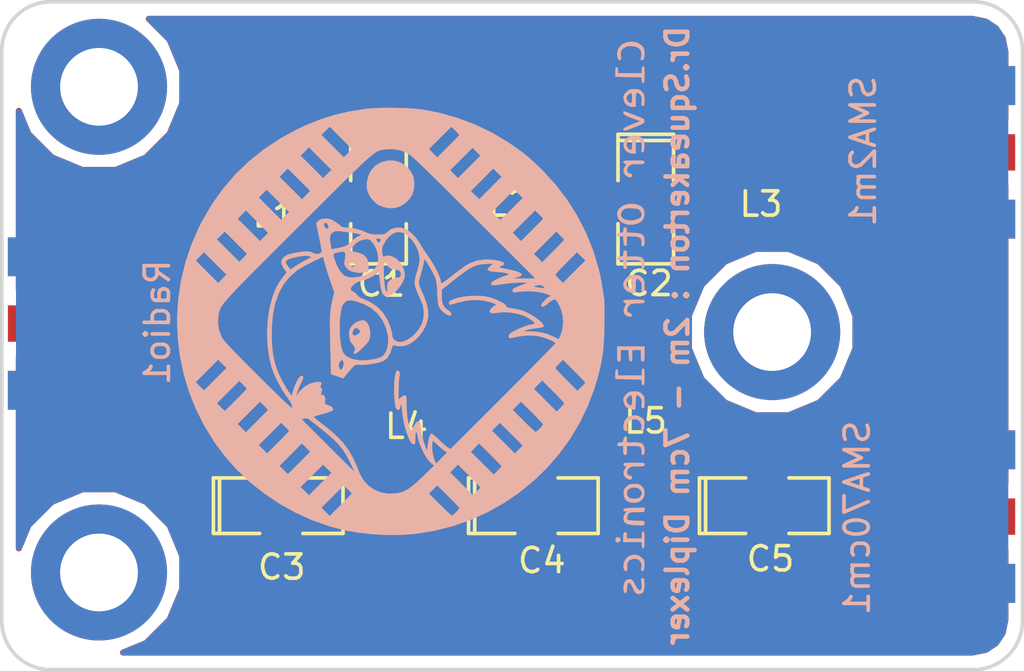
<source format=kicad_pcb>
(kicad_pcb (version 4) (host pcbnew 4.0.6)

  (general
    (links 27)
    (no_connects 0)
    (area 120.424999 95.924999 162.575001 123.575001)
    (thickness 1.6)
    (drawings 9)
    (tracks 62)
    (zones 0)
    (modules 17)
    (nets 9)
  )

  (page A4)
  (layers
    (0 F.Cu signal hide)
    (31 B.Cu signal hide)
    (32 B.Adhes user)
    (33 F.Adhes user)
    (34 B.Paste user hide)
    (35 F.Paste user)
    (36 B.SilkS user)
    (37 F.SilkS user hide)
    (38 B.Mask user)
    (39 F.Mask user hide)
    (40 Dwgs.User user)
    (41 Cmts.User user)
    (42 Eco1.User user)
    (43 Eco2.User user hide)
    (44 Edge.Cuts user)
    (45 Margin user)
    (46 B.CrtYd user)
    (47 F.CrtYd user)
    (48 B.Fab user)
    (49 F.Fab user)
  )

  (setup
    (last_trace_width 1.86406)
    (user_trace_width 1)
    (user_trace_width 1.86406)
    (trace_clearance 0.2)
    (zone_clearance 0.5)
    (zone_45_only no)
    (trace_min 0.2)
    (segment_width 0.2)
    (edge_width 0.15)
    (via_size 0.6)
    (via_drill 0.4)
    (via_min_size 0.4)
    (via_min_drill 0.3)
    (uvia_size 0.3)
    (uvia_drill 0.1)
    (uvias_allowed no)
    (uvia_min_size 0.2)
    (uvia_min_drill 0.1)
    (pcb_text_width 0.3)
    (pcb_text_size 1.5 1.5)
    (mod_edge_width 0.15)
    (mod_text_size 1 1)
    (mod_text_width 0.15)
    (pad_size 5.6 5.6)
    (pad_drill 3.2)
    (pad_to_mask_clearance 0.2)
    (aux_axis_origin 0 0)
    (visible_elements 7FFFFFFF)
    (pcbplotparams
      (layerselection 0x00030_80000001)
      (usegerberextensions false)
      (excludeedgelayer true)
      (linewidth 0.100000)
      (plotframeref false)
      (viasonmask false)
      (mode 1)
      (useauxorigin false)
      (hpglpennumber 1)
      (hpglpenspeed 20)
      (hpglpendiameter 15)
      (hpglpenoverlay 2)
      (psnegative false)
      (psa4output false)
      (plotreference true)
      (plotvalue true)
      (plotinvisibletext false)
      (padsonsilk false)
      (subtractmaskfromsilk false)
      (outputformat 1)
      (mirror false)
      (drillshape 1)
      (scaleselection 1)
      (outputdirectory ""))
  )

  (net 0 "")
  (net 1 "Net-(C1-Pad1)")
  (net 2 GND)
  (net 3 "Net-(C2-Pad1)")
  (net 4 "Net-(C3-Pad1)")
  (net 5 "Net-(C3-Pad2)")
  (net 6 "Net-(C4-Pad2)")
  (net 7 "Net-(C5-Pad2)")
  (net 8 "Net-(L3-Pad2)")

  (net_class Default "This is the default net class."
    (clearance 0.2)
    (trace_width 0.25)
    (via_dia 0.6)
    (via_drill 0.4)
    (uvia_dia 0.3)
    (uvia_drill 0.1)
    (add_net GND)
    (add_net "Net-(C1-Pad1)")
    (add_net "Net-(C2-Pad1)")
    (add_net "Net-(C3-Pad1)")
    (add_net "Net-(C3-Pad2)")
    (add_net "Net-(C4-Pad2)")
    (add_net "Net-(C5-Pad2)")
    (add_net "Net-(L3-Pad2)")
  )

  (module SMD_Packages:SMD-1206_Pol (layer F.Cu) (tedit 5991CFFC) (tstamp 599127CD)
    (at 136 104.25 270)
    (path /597FE8FA)
    (attr smd)
    (fp_text reference C1 (at 3.37 -0.12 360) (layer F.SilkS)
      (effects (font (size 1 1) (thickness 0.15)))
    )
    (fp_text value 18pF (at 0 0 270) (layer F.Fab)
      (effects (font (size 1 1) (thickness 0.15)))
    )
    (fp_line (start -2.54 -1.143) (end -2.794 -1.143) (layer F.SilkS) (width 0.15))
    (fp_line (start -2.794 -1.143) (end -2.794 1.143) (layer F.SilkS) (width 0.15))
    (fp_line (start -2.794 1.143) (end -2.54 1.143) (layer F.SilkS) (width 0.15))
    (fp_line (start -2.54 -1.143) (end -2.54 1.143) (layer F.SilkS) (width 0.15))
    (fp_line (start -2.54 1.143) (end -0.889 1.143) (layer F.SilkS) (width 0.15))
    (fp_line (start 0.889 -1.143) (end 2.54 -1.143) (layer F.SilkS) (width 0.15))
    (fp_line (start 2.54 -1.143) (end 2.54 1.143) (layer F.SilkS) (width 0.15))
    (fp_line (start 2.54 1.143) (end 0.889 1.143) (layer F.SilkS) (width 0.15))
    (fp_line (start -0.889 -1.143) (end -2.54 -1.143) (layer F.SilkS) (width 0.15))
    (pad 1 smd rect (at -1.651 0 270) (size 1.524 2.032) (layers F.Cu F.Paste F.Mask)
      (net 1 "Net-(C1-Pad1)"))
    (pad 2 smd rect (at 1.651 0 270) (size 1.524 2.032) (layers F.Cu F.Paste F.Mask)
      (net 2 GND))
    (model SMD_Packages.3dshapes/SMD-1206_Pol.wrl
      (at (xyz 0 0 0))
      (scale (xyz 0.17 0.16 0.16))
      (rotate (xyz 0 0 0))
    )
  )

  (module SMD_Packages:SMD-1206_Pol (layer F.Cu) (tedit 5991D00C) (tstamp 599127D3)
    (at 147 104.25 270)
    (path /597FE961)
    (attr smd)
    (fp_text reference C2 (at 3.35 -0.13 360) (layer F.SilkS)
      (effects (font (size 1 1) (thickness 0.15)))
    )
    (fp_text value 18pF (at 0 0 270) (layer F.Fab)
      (effects (font (size 1 1) (thickness 0.15)))
    )
    (fp_line (start -2.54 -1.143) (end -2.794 -1.143) (layer F.SilkS) (width 0.15))
    (fp_line (start -2.794 -1.143) (end -2.794 1.143) (layer F.SilkS) (width 0.15))
    (fp_line (start -2.794 1.143) (end -2.54 1.143) (layer F.SilkS) (width 0.15))
    (fp_line (start -2.54 -1.143) (end -2.54 1.143) (layer F.SilkS) (width 0.15))
    (fp_line (start -2.54 1.143) (end -0.889 1.143) (layer F.SilkS) (width 0.15))
    (fp_line (start 0.889 -1.143) (end 2.54 -1.143) (layer F.SilkS) (width 0.15))
    (fp_line (start 2.54 -1.143) (end 2.54 1.143) (layer F.SilkS) (width 0.15))
    (fp_line (start 2.54 1.143) (end 0.889 1.143) (layer F.SilkS) (width 0.15))
    (fp_line (start -0.889 -1.143) (end -2.54 -1.143) (layer F.SilkS) (width 0.15))
    (pad 1 smd rect (at -1.651 0 270) (size 1.524 2.032) (layers F.Cu F.Paste F.Mask)
      (net 3 "Net-(C2-Pad1)"))
    (pad 2 smd rect (at 1.651 0 270) (size 1.524 2.032) (layers F.Cu F.Paste F.Mask)
      (net 2 GND))
    (model SMD_Packages.3dshapes/SMD-1206_Pol.wrl
      (at (xyz 0 0 0))
      (scale (xyz 0.17 0.16 0.16))
      (rotate (xyz 0 0 0))
    )
  )

  (module SMD_Packages:SMD-1206_Pol (layer F.Cu) (tedit 5991D108) (tstamp 599127D9)
    (at 132 116.75)
    (path /597FE9EA)
    (attr smd)
    (fp_text reference C3 (at 0.02 2.53) (layer F.SilkS)
      (effects (font (size 1 1) (thickness 0.15)))
    )
    (fp_text value 4.7pF (at 0 0) (layer F.Fab)
      (effects (font (size 1 1) (thickness 0.15)))
    )
    (fp_line (start -2.54 -1.143) (end -2.794 -1.143) (layer F.SilkS) (width 0.15))
    (fp_line (start -2.794 -1.143) (end -2.794 1.143) (layer F.SilkS) (width 0.15))
    (fp_line (start -2.794 1.143) (end -2.54 1.143) (layer F.SilkS) (width 0.15))
    (fp_line (start -2.54 -1.143) (end -2.54 1.143) (layer F.SilkS) (width 0.15))
    (fp_line (start -2.54 1.143) (end -0.889 1.143) (layer F.SilkS) (width 0.15))
    (fp_line (start 0.889 -1.143) (end 2.54 -1.143) (layer F.SilkS) (width 0.15))
    (fp_line (start 2.54 -1.143) (end 2.54 1.143) (layer F.SilkS) (width 0.15))
    (fp_line (start 2.54 1.143) (end 0.889 1.143) (layer F.SilkS) (width 0.15))
    (fp_line (start -0.889 -1.143) (end -2.54 -1.143) (layer F.SilkS) (width 0.15))
    (pad 1 smd rect (at -1.651 0) (size 1.524 2.032) (layers F.Cu F.Paste F.Mask)
      (net 4 "Net-(C3-Pad1)"))
    (pad 2 smd rect (at 1.651 0) (size 1.524 2.032) (layers F.Cu F.Paste F.Mask)
      (net 5 "Net-(C3-Pad2)"))
    (model SMD_Packages.3dshapes/SMD-1206_Pol.wrl
      (at (xyz 0 0 0))
      (scale (xyz 0.17 0.16 0.16))
      (rotate (xyz 0 0 0))
    )
  )

  (module SMD_Packages:SMD-1206_Pol (layer F.Cu) (tedit 5991D109) (tstamp 599127DF)
    (at 142.5 116.75)
    (path /597FEA5F)
    (attr smd)
    (fp_text reference C4 (at 0.22 2.26) (layer F.SilkS)
      (effects (font (size 1 1) (thickness 0.15)))
    )
    (fp_text value 2.7pF (at 0 0) (layer F.Fab)
      (effects (font (size 1 1) (thickness 0.15)))
    )
    (fp_line (start -2.54 -1.143) (end -2.794 -1.143) (layer F.SilkS) (width 0.15))
    (fp_line (start -2.794 -1.143) (end -2.794 1.143) (layer F.SilkS) (width 0.15))
    (fp_line (start -2.794 1.143) (end -2.54 1.143) (layer F.SilkS) (width 0.15))
    (fp_line (start -2.54 -1.143) (end -2.54 1.143) (layer F.SilkS) (width 0.15))
    (fp_line (start -2.54 1.143) (end -0.889 1.143) (layer F.SilkS) (width 0.15))
    (fp_line (start 0.889 -1.143) (end 2.54 -1.143) (layer F.SilkS) (width 0.15))
    (fp_line (start 2.54 -1.143) (end 2.54 1.143) (layer F.SilkS) (width 0.15))
    (fp_line (start 2.54 1.143) (end 0.889 1.143) (layer F.SilkS) (width 0.15))
    (fp_line (start -0.889 -1.143) (end -2.54 -1.143) (layer F.SilkS) (width 0.15))
    (pad 1 smd rect (at -1.651 0) (size 1.524 2.032) (layers F.Cu F.Paste F.Mask)
      (net 5 "Net-(C3-Pad2)"))
    (pad 2 smd rect (at 1.651 0) (size 1.524 2.032) (layers F.Cu F.Paste F.Mask)
      (net 6 "Net-(C4-Pad2)"))
    (model SMD_Packages.3dshapes/SMD-1206_Pol.wrl
      (at (xyz 0 0 0))
      (scale (xyz 0.17 0.16 0.16))
      (rotate (xyz 0 0 0))
    )
  )

  (module SMD_Packages:SMD-1206_Pol (layer F.Cu) (tedit 5991D103) (tstamp 599127E5)
    (at 152 116.75)
    (path /597FEAE6)
    (attr smd)
    (fp_text reference C5 (at 0.13 2.19) (layer F.SilkS)
      (effects (font (size 1 1) (thickness 0.15)))
    )
    (fp_text value 4.7pF (at 0 0) (layer F.Fab)
      (effects (font (size 1 1) (thickness 0.15)))
    )
    (fp_line (start -2.54 -1.143) (end -2.794 -1.143) (layer F.SilkS) (width 0.15))
    (fp_line (start -2.794 -1.143) (end -2.794 1.143) (layer F.SilkS) (width 0.15))
    (fp_line (start -2.794 1.143) (end -2.54 1.143) (layer F.SilkS) (width 0.15))
    (fp_line (start -2.54 -1.143) (end -2.54 1.143) (layer F.SilkS) (width 0.15))
    (fp_line (start -2.54 1.143) (end -0.889 1.143) (layer F.SilkS) (width 0.15))
    (fp_line (start 0.889 -1.143) (end 2.54 -1.143) (layer F.SilkS) (width 0.15))
    (fp_line (start 2.54 -1.143) (end 2.54 1.143) (layer F.SilkS) (width 0.15))
    (fp_line (start 2.54 1.143) (end 0.889 1.143) (layer F.SilkS) (width 0.15))
    (fp_line (start -0.889 -1.143) (end -2.54 -1.143) (layer F.SilkS) (width 0.15))
    (pad 1 smd rect (at -1.651 0) (size 1.524 2.032) (layers F.Cu F.Paste F.Mask)
      (net 6 "Net-(C4-Pad2)"))
    (pad 2 smd rect (at 1.651 0) (size 1.524 2.032) (layers F.Cu F.Paste F.Mask)
      (net 7 "Net-(C5-Pad2)"))
    (model SMD_Packages.3dshapes/SMD-1206_Pol.wrl
      (at (xyz 0 0 0))
      (scale (xyz 0.17 0.16 0.16))
      (rotate (xyz 0 0 0))
    )
  )

  (module 2m&70cm_diplexer:Vishay_1008 (layer F.Cu) (tedit 5991CFF6) (tstamp 599127EB)
    (at 130.25 103.25)
    (path /597FE751)
    (fp_text reference L1 (at 1.45 1.52) (layer F.SilkS)
      (effects (font (size 1 1) (thickness 0.15)))
    )
    (fp_text value 68nH (at 0.75 -3) (layer F.Fab)
      (effects (font (size 1 1) (thickness 0.15)))
    )
    (pad 1 smd rect (at 0.25 -1) (size 0.5 2) (layers F.Cu F.Paste F.Mask)
      (net 4 "Net-(C3-Pad1)"))
    (pad 2 smd rect (at 2.25 -1) (size 0.5 2) (layers F.Cu F.Paste F.Mask)
      (net 1 "Net-(C1-Pad1)"))
  )

  (module 2m&70cm_diplexer:Vishay_1008 (layer F.Cu) (tedit 5991D000) (tstamp 599127F1)
    (at 140 103.25)
    (path /597FE7A4)
    (fp_text reference L2 (at 1.38 1.08) (layer F.SilkS)
      (effects (font (size 1 1) (thickness 0.15)))
    )
    (fp_text value 100nH (at 0.75 -3) (layer F.Fab)
      (effects (font (size 1 1) (thickness 0.15)))
    )
    (pad 1 smd rect (at 0.25 -1) (size 0.5 2) (layers F.Cu F.Paste F.Mask)
      (net 1 "Net-(C1-Pad1)"))
    (pad 2 smd rect (at 2.25 -1) (size 0.5 2) (layers F.Cu F.Paste F.Mask)
      (net 3 "Net-(C2-Pad1)"))
  )

  (module 2m&70cm_diplexer:Vishay_1008 (layer F.Cu) (tedit 5991D00F) (tstamp 599127F7)
    (at 150.5 103.25)
    (path /597FE847)
    (fp_text reference L3 (at 1.24 1.08) (layer F.SilkS)
      (effects (font (size 1 1) (thickness 0.15)))
    )
    (fp_text value 68nH (at 0.75 -3) (layer F.Fab)
      (effects (font (size 1 1) (thickness 0.15)))
    )
    (pad 1 smd rect (at 0.25 -1) (size 0.5 2) (layers F.Cu F.Paste F.Mask)
      (net 3 "Net-(C2-Pad1)"))
    (pad 2 smd rect (at 2.25 -1) (size 0.5 2) (layers F.Cu F.Paste F.Mask)
      (net 8 "Net-(L3-Pad2)"))
  )

  (module 2m&70cm_diplexer:Vishay_1008 (layer F.Cu) (tedit 5991CFE4) (tstamp 599127FD)
    (at 138 117 90)
    (path /597FE65D)
    (fp_text reference L4 (at 3.52 -0.85 180) (layer F.SilkS)
      (effects (font (size 1 1) (thickness 0.15)))
    )
    (fp_text value 15nH (at 0.75 -3 90) (layer F.Fab)
      (effects (font (size 1 1) (thickness 0.15)))
    )
    (pad 1 smd rect (at 0.25 -1 90) (size 0.5 2) (layers F.Cu F.Paste F.Mask)
      (net 5 "Net-(C3-Pad2)"))
    (pad 2 smd rect (at 2.25 -1 90) (size 0.5 2) (layers F.Cu F.Paste F.Mask)
      (net 2 GND))
  )

  (module 2m&70cm_diplexer:Vishay_1008 (layer F.Cu) (tedit 5991CFDB) (tstamp 59912803)
    (at 148 117 90)
    (path /597FE71E)
    (fp_text reference L5 (at 3.74 -1.01 180) (layer F.SilkS)
      (effects (font (size 1 1) (thickness 0.15)))
    )
    (fp_text value 15nH (at 0.75 -3 90) (layer F.Fab)
      (effects (font (size 1 1) (thickness 0.15)))
    )
    (pad 1 smd rect (at 0.25 -1 90) (size 0.5 2) (layers F.Cu F.Paste F.Mask)
      (net 6 "Net-(C4-Pad2)"))
    (pad 2 smd rect (at 2.25 -1 90) (size 0.5 2) (layers F.Cu F.Paste F.Mask)
      (net 2 GND))
  )

  (module Mounting_Holes:MountingHole_3.2mm_M3_DIN965_Pad (layer F.Cu) (tedit 5991D728) (tstamp 599217BC)
    (at 152.2 109.6)
    (descr "Mounting Hole 3.2mm, M3, DIN965")
    (tags "mounting hole 3.2mm m3 din965")
    (fp_text reference REF** (at 0 -3.8) (layer F.SilkS) hide
      (effects (font (size 1 1) (thickness 0.15)))
    )
    (fp_text value MountingHole_3.2mm_M3_DIN965_Pad (at 0 3.8) (layer F.Fab)
      (effects (font (size 1 1) (thickness 0.15)))
    )
    (fp_circle (center 0 0) (end 2.8 0) (layer Cmts.User) (width 0.15))
    (fp_circle (center 0 0) (end 3.05 0) (layer F.CrtYd) (width 0.05))
    (pad 1 thru_hole circle (at 0 0) (size 5.6 5.6) (drill 3.2) (layers *.Cu *.Mask))
  )

  (module Mounting_Holes:MountingHole_3.2mm_M3_DIN965_Pad (layer F.Cu) (tedit 5991D808) (tstamp 599217C3)
    (at 124.5 119.5)
    (descr "Mounting Hole 3.2mm, M3, DIN965")
    (tags "mounting hole 3.2mm m3 din965")
    (fp_text reference REF** (at 0 -3.8) (layer F.SilkS) hide
      (effects (font (size 1 1) (thickness 0.15)))
    )
    (fp_text value MountingHole_3.2mm_M3_DIN965_Pad (at 0 3.8) (layer F.Fab)
      (effects (font (size 1 1) (thickness 0.15)))
    )
    (fp_circle (center 0 0) (end 2.8 0) (layer Cmts.User) (width 0.15))
    (fp_circle (center 0 0) (end 3.05 0) (layer F.CrtYd) (width 0.05))
    (pad 1 thru_hole circle (at 0 0) (size 5.6 5.6) (drill 3.2) (layers *.Cu *.Mask))
  )

  (module Mounting_Holes:MountingHole_3.2mm_M3_DIN965_Pad (layer F.Cu) (tedit 5991D724) (tstamp 599217CA)
    (at 124.5 99.5)
    (descr "Mounting Hole 3.2mm, M3, DIN965")
    (tags "mounting hole 3.2mm m3 din965")
    (fp_text reference REF** (at 0 -3.8) (layer F.SilkS) hide
      (effects (font (size 1 1) (thickness 0.15)))
    )
    (fp_text value MountingHole_3.2mm_M3_DIN965_Pad (at 0 3.8) (layer F.Fab)
      (effects (font (size 1 1) (thickness 0.15)))
    )
    (fp_circle (center 0 0) (end 2.8 0) (layer Cmts.User) (width 0.15))
    (fp_circle (center 0 0) (end 3.05 0) (layer F.CrtYd) (width 0.05))
    (pad 1 thru_hole circle (at 0 0) (size 5.6 5.6) (drill 3.2) (layers *.Cu *.Mask))
  )

  (module 2m&70cm_diplexer:LOGO (layer B.Cu) (tedit 5991E257) (tstamp 59920621)
    (at 136.75 108.85 270)
    (fp_text reference G*** (at 10 -8 270) (layer B.SilkS) hide
      (effects (font (thickness 0.3)) (justify mirror))
    )
    (fp_text value LOGO (at -8 -8 270) (layer B.SilkS) hide
      (effects (font (thickness 0.3)) (justify mirror))
    )
    (fp_poly (pts (xy -10.564651 -9.085961) (xy -10.482263 -9.122103) (xy -10.450285 -9.178317) (xy -10.450285 -9.178431)
      (xy -10.460654 -9.214113) (xy -10.502966 -9.229422) (xy -10.594027 -9.228387) (xy -10.643307 -9.224678)
      (xy -10.759342 -9.218749) (xy -10.831691 -9.23186) (xy -10.888635 -9.273715) (xy -10.933593 -9.324262)
      (xy -10.996762 -9.417111) (xy -11.025159 -9.518631) (xy -11.030322 -9.62757) (xy -11.00729 -9.823975)
      (xy -10.941462 -9.965859) (xy -10.835837 -10.050271) (xy -10.693416 -10.074263) (xy -10.592108 -10.058572)
      (xy -10.5012 -10.039325) (xy -10.460292 -10.046235) (xy -10.450318 -10.083178) (xy -10.450285 -10.087404)
      (xy -10.468293 -10.143854) (xy -10.529545 -10.178024) (xy -10.644888 -10.193893) (xy -10.747167 -10.196286)
      (xy -10.868364 -10.189014) (xy -10.953104 -10.157807) (xy -11.036832 -10.088578) (xy -11.049372 -10.07617)
      (xy -11.154108 -9.922345) (xy -11.203618 -9.734466) (xy -11.194429 -9.529354) (xy -11.177082 -9.457888)
      (xy -11.107501 -9.293154) (xy -11.004196 -9.178179) (xy -10.914816 -9.122142) (xy -10.800874 -9.083564)
      (xy -10.677503 -9.072309) (xy -10.564651 -9.085961)) (layer B.SilkS) (width 0.01))
    (fp_poly (pts (xy -9.752755 -9.534071) (xy -9.742714 -10.069286) (xy -9.624785 -10.080656) (xy -9.536626 -10.10393)
      (xy -9.506857 -10.144156) (xy -9.520968 -10.169216) (xy -9.571068 -10.185078) (xy -9.66881 -10.193503)
      (xy -9.825843 -10.196253) (xy -9.851571 -10.196286) (xy -10.015893 -10.194338) (xy -10.119883 -10.187213)
      (xy -10.175705 -10.172991) (xy -10.195527 -10.149751) (xy -10.196285 -10.141857) (xy -10.172318 -10.104011)
      (xy -10.09287 -10.088416) (xy -10.051142 -10.087428) (xy -9.906 -10.087428) (xy -9.906 -9.107714)
      (xy -10.032999 -9.107714) (xy -10.126931 -9.095911) (xy -10.15977 -9.058243) (xy -10.159999 -9.053286)
      (xy -10.142011 -9.020392) (xy -10.078928 -9.003499) (xy -9.961398 -8.998857) (xy -9.762797 -8.998857)
      (xy -9.752755 -9.534071)) (layer B.SilkS) (width 0.01))
    (fp_poly (pts (xy -8.843686 -9.336686) (xy -8.686851 -9.387746) (xy -8.580745 -9.488653) (xy -8.530552 -9.633614)
      (xy -8.527142 -9.690309) (xy -8.527142 -9.833428) (xy -8.817428 -9.833428) (xy -8.981612 -9.838963)
      (xy -9.07848 -9.858231) (xy -9.112631 -9.895228) (xy -9.088665 -9.953953) (xy -9.030993 -10.019006)
      (xy -8.971855 -10.064515) (xy -8.898477 -10.083414) (xy -8.784642 -10.081532) (xy -8.75885 -10.079521)
      (xy -8.645298 -10.073095) (xy -8.586488 -10.081076) (xy -8.565284 -10.107875) (xy -8.563428 -10.1298)
      (xy -8.57252 -10.16583) (xy -8.610195 -10.186014) (xy -8.692056 -10.194698) (xy -8.802076 -10.196286)
      (xy -8.936564 -10.19294) (xy -9.023653 -10.177766) (xy -9.0884 -10.143051) (xy -9.146791 -10.09022)
      (xy -9.209555 -10.017299) (xy -9.24138 -9.942152) (xy -9.252192 -9.835573) (xy -9.252857 -9.778162)
      (xy -9.248204 -9.653443) (xy -9.24764 -9.651294) (xy -9.098546 -9.651294) (xy -9.049591 -9.678277)
      (xy -8.934542 -9.687887) (xy -8.89 -9.688286) (xy -8.757204 -9.682699) (xy -8.687807 -9.664717)
      (xy -8.672285 -9.640792) (xy -8.703872 -9.555478) (xy -8.78268 -9.481913) (xy -8.844038 -9.453839)
      (xy -8.924227 -9.454715) (xy -9.008741 -9.513572) (xy -9.016395 -9.521097) (xy -9.085961 -9.60091)
      (xy -9.098546 -9.651294) (xy -9.24764 -9.651294) (xy -9.226313 -9.570044) (xy -9.17528 -9.496908)
      (xy -9.124843 -9.444158) (xy -9.040701 -9.367228) (xy -8.972595 -9.333573) (xy -8.889414 -9.331302)
      (xy -8.843686 -9.336686)) (layer B.SilkS) (width 0.01))
    (fp_poly (pts (xy -8.267693 -9.331976) (xy -8.225023 -9.351635) (xy -8.182559 -9.40488) (xy -8.13358 -9.503183)
      (xy -8.071362 -9.658014) (xy -8.061816 -9.683249) (xy -7.933959 -10.022927) (xy -7.80334 -9.683582)
      (xy -7.725125 -9.496666) (xy -7.661284 -9.379488) (xy -7.612153 -9.332658) (xy -7.610075 -9.332172)
      (xy -7.570892 -9.332802) (xy -7.553499 -9.359577) (xy -7.559496 -9.421202) (xy -7.590485 -9.526383)
      (xy -7.648066 -9.683823) (xy -7.698603 -9.813471) (xy -7.766562 -9.981295) (xy -7.817079 -10.092141)
      (xy -7.857172 -10.157356) (xy -7.893859 -10.188287) (xy -7.934158 -10.196281) (xy -7.935358 -10.196286)
      (xy -8.020267 -10.164497) (xy -8.053102 -10.114643) (xy -8.153326 -9.858904) (xy -8.234821 -9.648181)
      (xy -8.295466 -9.48808) (xy -8.333135 -9.384205) (xy -8.345714 -9.342415) (xy -8.315556 -9.329527)
      (xy -8.267693 -9.331976)) (layer B.SilkS) (width 0.01))
    (fp_poly (pts (xy -6.768825 -9.390444) (xy -6.664919 -9.493377) (xy -6.609246 -9.632033) (xy -6.604 -9.693584)
      (xy -6.604 -9.833428) (xy -6.894285 -9.833428) (xy -7.058469 -9.838963) (xy -7.155337 -9.858231)
      (xy -7.189488 -9.895228) (xy -7.165522 -9.953953) (xy -7.10785 -10.019006) (xy -7.049082 -10.064341)
      (xy -6.976283 -10.083309) (xy -6.863405 -10.081656) (xy -6.834195 -10.079395) (xy -6.720201 -10.073098)
      (xy -6.662778 -10.080892) (xy -6.646719 -10.106146) (xy -6.648219 -10.120603) (xy -6.672736 -10.154317)
      (xy -6.739627 -10.175214) (xy -6.862544 -10.187056) (xy -6.895316 -10.18868) (xy -7.033508 -10.190659)
      (xy -7.12244 -10.178358) (xy -7.18477 -10.147234) (xy -7.21067 -10.125416) (xy -7.300297 -9.999853)
      (xy -7.341067 -9.849416) (xy -7.336364 -9.691552) (xy -7.320974 -9.642928) (xy -7.184015 -9.642928)
      (xy -7.154459 -9.671264) (xy -7.061573 -9.685773) (xy -6.966857 -9.688286) (xy -6.83092 -9.682056)
      (xy -6.761517 -9.662667) (xy -6.749698 -9.642928) (xy -6.782589 -9.550155) (xy -6.862161 -9.483128)
      (xy -6.963476 -9.455885) (xy -7.0485 -9.474727) (xy -7.1497 -9.551049) (xy -7.183973 -9.640724)
      (xy -7.184015 -9.642928) (xy -7.320974 -9.642928) (xy -7.289571 -9.543712) (xy -7.204072 -9.423346)
      (xy -7.08325 -9.347902) (xy -7.058494 -9.340561) (xy -6.905254 -9.335437) (xy -6.768825 -9.390444)) (layer B.SilkS) (width 0.01))
    (fp_poly (pts (xy -6.200776 -9.355871) (xy -6.179235 -9.397423) (xy -6.163134 -9.444529) (xy -6.136464 -9.446679)
      (xy -6.077083 -9.403871) (xy -6.068882 -9.397423) (xy -5.94272 -9.334182) (xy -5.819786 -9.342934)
      (xy -5.71335 -9.414493) (xy -5.649596 -9.503099) (xy -5.624152 -9.591061) (xy -5.638177 -9.659167)
      (xy -5.692827 -9.688204) (xy -5.696857 -9.688286) (xy -5.758055 -9.66236) (xy -5.769428 -9.622971)
      (xy -5.797059 -9.531034) (xy -5.86721 -9.481498) (xy -5.960771 -9.478444) (xy -6.058632 -9.525956)
      (xy -6.089674 -9.554553) (xy -6.131236 -9.609892) (xy -6.155286 -9.679206) (xy -6.166245 -9.78283)
      (xy -6.168571 -9.91741) (xy -6.170207 -10.058609) (xy -6.177693 -10.142135) (xy -6.194901 -10.18286)
      (xy -6.2257 -10.195653) (xy -6.241142 -10.196286) (xy -6.271777 -10.192013) (xy -6.292321 -10.17118)
      (xy -6.304779 -10.121758) (xy -6.311156 -10.031723) (xy -6.313456 -9.889047) (xy -6.313714 -9.760857)
      (xy -6.312518 -9.57457) (xy -6.307915 -9.44936) (xy -6.298382 -9.373756) (xy -6.282396 -9.336288)
      (xy -6.258432 -9.325485) (xy -6.255888 -9.325428) (xy -6.200776 -9.355871)) (layer B.SilkS) (width 0.01))
    (fp_poly (pts (xy -3.975107 -9.093461) (xy -3.852021 -9.167418) (xy -3.753491 -9.289792) (xy -3.691906 -9.457826)
      (xy -3.683202 -9.510811) (xy -3.678732 -9.737349) (xy -3.723277 -9.925898) (xy -3.812578 -10.069719)
      (xy -3.942378 -10.162074) (xy -4.108421 -10.196225) (xy -4.116319 -10.196286) (xy -4.270745 -10.172915)
      (xy -4.361052 -10.126179) (xy -4.452993 -10.011755) (xy -4.510497 -9.852272) (xy -4.5309 -9.66792)
      (xy -4.518894 -9.550696) (xy -4.352025 -9.550696) (xy -4.347733 -9.683152) (xy -4.33714 -9.828346)
      (xy -4.319375 -9.920827) (xy -4.288631 -9.980442) (xy -4.249576 -10.018795) (xy -4.152506 -10.077625)
      (xy -4.059599 -10.080158) (xy -4.011197 -10.064888) (xy -3.937452 -10.001211) (xy -3.8834 -9.887052)
      (xy -3.851422 -9.742408) (xy -3.843902 -9.587276) (xy -3.863222 -9.441651) (xy -3.911767 -9.325529)
      (xy -3.92149 -9.312179) (xy -4.021961 -9.231797) (xy -4.133713 -9.218843) (xy -4.241639 -9.273143)
      (xy -4.282503 -9.316357) (xy -4.323908 -9.379375) (xy -4.345759 -9.450047) (xy -4.352025 -9.550696)
      (xy -4.518894 -9.550696) (xy -4.511538 -9.478886) (xy -4.465197 -9.336906) (xy -4.367794 -9.189643)
      (xy -4.245384 -9.101818) (xy -4.110358 -9.070676) (xy -3.975107 -9.093461)) (layer B.SilkS) (width 0.01))
    (fp_poly (pts (xy -3.195284 -9.133961) (xy -3.193142 -9.19265) (xy -3.193142 -9.321636) (xy -3.002982 -9.332604)
      (xy -2.8842 -9.345384) (xy -2.821809 -9.37007) (xy -2.80075 -9.407071) (xy -2.803808 -9.443633)
      (xy -2.841121 -9.462881) (xy -2.928129 -9.469972) (xy -2.99091 -9.470571) (xy -3.193142 -9.470571)
      (xy -3.193142 -9.698355) (xy -3.181537 -9.880722) (xy -3.143618 -10.000633) (xy -3.074725 -10.064897)
      (xy -2.970202 -10.080321) (xy -2.934202 -10.076853) (xy -2.842672 -10.069636) (xy -2.802423 -10.085794)
      (xy -2.793999 -10.127167) (xy -2.803987 -10.167718) (xy -2.845363 -10.188571) (xy -2.935243 -10.195825)
      (xy -2.987947 -10.196286) (xy -3.118547 -10.18861) (xy -3.202082 -10.160878) (xy -3.250917 -10.120016)
      (xy -3.290268 -10.056397) (xy -3.31535 -9.959708) (xy -3.330032 -9.812835) (xy -3.332955 -9.757159)
      (xy -3.345969 -9.470571) (xy -3.450984 -9.470571) (xy -3.52893 -9.45822) (xy -3.555319 -9.412854)
      (xy -3.555999 -9.398) (xy -3.538893 -9.34488) (xy -3.475243 -9.326177) (xy -3.447142 -9.325428)
      (xy -3.370039 -9.316437) (xy -3.34162 -9.274026) (xy -3.338285 -9.216571) (xy -3.33388 -9.140072)
      (xy -3.323271 -9.10772) (xy -3.32311 -9.107714) (xy -3.280457 -9.096426) (xy -3.250539 -9.085689)
      (xy -3.211627 -9.085272) (xy -3.195284 -9.133961)) (layer B.SilkS) (width 0.01))
    (fp_poly (pts (xy -2.215697 -9.133468) (xy -2.213428 -9.194546) (xy -2.213428 -9.325428) (xy -2.031999 -9.325428)
      (xy -1.923178 -9.329249) (xy -1.868904 -9.345467) (xy -1.851347 -9.381214) (xy -1.850571 -9.398)
      (xy -1.860123 -9.441528) (xy -1.900667 -9.463238) (xy -1.990035 -9.470261) (xy -2.031999 -9.470571)
      (xy -2.213428 -9.470571) (xy -2.213428 -9.741437) (xy -2.211061 -9.883435) (xy -2.201061 -9.970606)
      (xy -2.179083 -10.020618) (xy -2.140778 -10.051142) (xy -2.13669 -10.053373) (xy -2.043121 -10.078991)
      (xy -1.955261 -10.079077) (xy -1.878992 -10.077598) (xy -1.851914 -10.110694) (xy -1.850571 -10.129998)
      (xy -1.881566 -10.174734) (xy -1.95998 -10.198162) (xy -2.063958 -10.200599) (xy -2.171642 -10.182359)
      (xy -2.261177 -10.143759) (xy -2.285999 -10.123714) (xy -2.32376 -10.073809) (xy -2.345946 -10.005228)
      (xy -2.356293 -9.899295) (xy -2.358571 -9.760857) (xy -2.358571 -9.470571) (xy -2.485571 -9.470571)
      (xy -2.573102 -9.462453) (xy -2.60842 -9.430762) (xy -2.612571 -9.398) (xy -2.598365 -9.347982)
      (xy -2.542904 -9.327801) (xy -2.485571 -9.325428) (xy -2.400245 -9.31936) (xy -2.365247 -9.28858)
      (xy -2.358571 -9.216571) (xy -2.354166 -9.140072) (xy -2.343557 -9.10772) (xy -2.343396 -9.107714)
      (xy -2.300743 -9.096426) (xy -2.270824 -9.085689) (xy -2.232109 -9.085212) (xy -2.215697 -9.133468)) (layer B.SilkS) (width 0.01))
    (fp_poly (pts (xy -1.064853 -9.360163) (xy -0.99798 -9.407071) (xy -0.93811 -9.48342) (xy -0.88717 -9.589219)
      (xy -0.854551 -9.698005) (xy -0.849641 -9.783312) (xy -0.857082 -9.804211) (xy -0.899404 -9.81791)
      (xy -0.995577 -9.828167) (xy -1.126899 -9.833197) (xy -1.163284 -9.833428) (xy -1.325368 -9.838345)
      (xy -1.420085 -9.855936) (xy -1.452152 -9.890463) (xy -1.426284 -9.946185) (xy -1.362364 -10.013307)
      (xy -1.295165 -10.064094) (xy -1.219664 -10.084212) (xy -1.106181 -10.080867) (xy -1.090221 -10.079387)
      (xy -0.981384 -10.07218) (xy -0.926605 -10.080987) (xy -0.908242 -10.110592) (xy -0.907142 -10.129041)
      (xy -0.915972 -10.165448) (xy -0.952901 -10.185842) (xy -1.033586 -10.194636) (xy -1.145791 -10.196286)
      (xy -1.280278 -10.19294) (xy -1.367367 -10.177766) (xy -1.432114 -10.143051) (xy -1.490505 -10.09022)
      (xy -1.554311 -10.015569) (xy -1.586041 -9.938148) (xy -1.596176 -9.827741) (xy -1.596571 -9.784375)
      (xy -1.590921 -9.658981) (xy -1.588682 -9.651294) (xy -1.44226 -9.651294) (xy -1.393306 -9.678277)
      (xy -1.278256 -9.687887) (xy -1.233714 -9.688286) (xy -1.100918 -9.682699) (xy -1.031522 -9.664717)
      (xy -1.016 -9.640792) (xy -1.047586 -9.555478) (xy -1.126395 -9.481913) (xy -1.187753 -9.453839)
      (xy -1.267941 -9.454715) (xy -1.352456 -9.513572) (xy -1.36011 -9.521097) (xy -1.429675 -9.60091)
      (xy -1.44226 -9.651294) (xy -1.588682 -9.651294) (xy -1.565817 -9.572828) (xy -1.509024 -9.492949)
      (xy -1.474358 -9.455012) (xy -1.341091 -9.353964) (xy -1.201931 -9.32208) (xy -1.064853 -9.360163)) (layer B.SilkS) (width 0.01))
    (fp_poly (pts (xy -0.467061 -9.355778) (xy -0.446785 -9.394776) (xy -0.431423 -9.437048) (xy -0.403066 -9.443067)
      (xy -0.341067 -9.412278) (xy -0.304623 -9.390947) (xy -0.16969 -9.342431) (xy -0.046953 -9.352794)
      (xy 0.048696 -9.41506) (xy 0.102366 -9.522251) (xy 0.108858 -9.584681) (xy 0.098723 -9.662074)
      (xy 0.062127 -9.683514) (xy 0.046949 -9.681684) (xy -0.007603 -9.6407) (xy -0.036129 -9.579238)
      (xy -0.083688 -9.501258) (xy -0.166104 -9.474141) (xy -0.265228 -9.499181) (xy -0.34402 -9.557293)
      (xy -0.391635 -9.612795) (xy -0.419195 -9.674624) (xy -0.432014 -9.764005) (xy -0.435403 -9.902166)
      (xy -0.435428 -9.922493) (xy -0.437122 -10.062142) (xy -0.444855 -10.144247) (xy -0.462602 -10.183804)
      (xy -0.494339 -10.195812) (xy -0.508 -10.196286) (xy -0.538634 -10.192013) (xy -0.559178 -10.17118)
      (xy -0.571637 -10.121758) (xy -0.578013 -10.031723) (xy -0.580313 -9.889047) (xy -0.580571 -9.760857)
      (xy -0.579375 -9.57457) (xy -0.574772 -9.44936) (xy -0.565239 -9.373756) (xy -0.549253 -9.336288)
      (xy -0.525289 -9.325485) (xy -0.522745 -9.325428) (xy -0.467061 -9.355778)) (layer B.SilkS) (width 0.01))
    (fp_poly (pts (xy 1.800968 -9.072779) (xy 1.892571 -9.079056) (xy 1.94 -9.093599) (xy 1.957446 -9.119747)
      (xy 1.959429 -9.144) (xy 1.952078 -9.183274) (xy 1.919335 -9.205171) (xy 1.845163 -9.214623)
      (xy 1.723572 -9.216571) (xy 1.487715 -9.216571) (xy 1.487715 -9.53968) (xy 1.714136 -9.550483)
      (xy 1.843851 -9.560717) (xy 1.916742 -9.579086) (xy 1.948486 -9.610475) (xy 1.952654 -9.624786)
      (xy 1.95032 -9.659074) (xy 1.917106 -9.678341) (xy 1.838361 -9.686695) (xy 1.726233 -9.688286)
      (xy 1.487715 -9.688286) (xy 1.487715 -10.051143) (xy 1.723572 -10.051143) (xy 1.851214 -10.053404)
      (xy 1.922378 -10.063479) (xy 1.953098 -10.086301) (xy 1.959429 -10.123714) (xy 1.953689 -10.159)
      (xy 1.92701 -10.180554) (xy 1.865202 -10.191714) (xy 1.754074 -10.195819) (xy 1.651 -10.196286)
      (xy 1.342572 -10.196286) (xy 1.342572 -9.071428) (xy 1.651 -9.071428) (xy 1.800968 -9.072779)) (layer B.SilkS) (width 0.01))
    (fp_poly (pts (xy 2.693245 -9.534071) (xy 2.703286 -10.069286) (xy 2.821215 -10.080656) (xy 2.909374 -10.10393)
      (xy 2.939143 -10.144156) (xy 2.925032 -10.169216) (xy 2.874932 -10.185078) (xy 2.77719 -10.193503)
      (xy 2.620157 -10.196253) (xy 2.594429 -10.196286) (xy 2.430107 -10.194338) (xy 2.326117 -10.187213)
      (xy 2.270295 -10.172991) (xy 2.250473 -10.149751) (xy 2.249715 -10.141857) (xy 2.273682 -10.104011)
      (xy 2.35313 -10.088416) (xy 2.394858 -10.087428) (xy 2.54 -10.087428) (xy 2.54 -9.107714)
      (xy 2.413 -9.107714) (xy 2.319069 -9.095911) (xy 2.28623 -9.058243) (xy 2.286 -9.053286)
      (xy 2.303989 -9.020392) (xy 2.367072 -9.003499) (xy 2.484602 -8.998857) (xy 2.683203 -8.998857)
      (xy 2.693245 -9.534071)) (layer B.SilkS) (width 0.01))
    (fp_poly (pts (xy 3.598624 -9.336191) (xy 3.712084 -9.36588) (xy 3.804012 -9.41402) (xy 3.817911 -9.426069)
      (xy 3.866345 -9.499325) (xy 3.908252 -9.602693) (xy 3.935138 -9.708174) (xy 3.938508 -9.787768)
      (xy 3.932632 -9.804211) (xy 3.89031 -9.81791) (xy 3.794137 -9.828167) (xy 3.662815 -9.833197)
      (xy 3.62643 -9.833428) (xy 3.464347 -9.838345) (xy 3.369629 -9.855936) (xy 3.337562 -9.890463)
      (xy 3.36343 -9.946185) (xy 3.427351 -10.013307) (xy 3.494549 -10.064094) (xy 3.57005 -10.084212)
      (xy 3.683534 -10.080867) (xy 3.699493 -10.079387) (xy 3.80833 -10.07218) (xy 3.863109 -10.080987)
      (xy 3.881472 -10.110592) (xy 3.882572 -10.129041) (xy 3.873742 -10.165448) (xy 3.836814 -10.185842)
      (xy 3.756129 -10.194636) (xy 3.643924 -10.196286) (xy 3.509436 -10.19294) (xy 3.422347 -10.177766)
      (xy 3.3576 -10.143051) (xy 3.299209 -10.09022) (xy 3.236445 -10.017299) (xy 3.20462 -9.942152)
      (xy 3.193808 -9.835573) (xy 3.193143 -9.778162) (xy 3.197796 -9.653443) (xy 3.19836 -9.651294)
      (xy 3.347454 -9.651294) (xy 3.396409 -9.678277) (xy 3.511458 -9.687887) (xy 3.556 -9.688286)
      (xy 3.688796 -9.682699) (xy 3.758193 -9.664717) (xy 3.773715 -9.640792) (xy 3.742128 -9.555478)
      (xy 3.66332 -9.481913) (xy 3.601962 -9.453839) (xy 3.521773 -9.454715) (xy 3.437259 -9.513572)
      (xy 3.429605 -9.521097) (xy 3.360039 -9.60091) (xy 3.347454 -9.651294) (xy 3.19836 -9.651294)
      (xy 3.219687 -9.570044) (xy 3.27072 -9.496908) (xy 3.321157 -9.444158) (xy 3.405677 -9.367071)
      (xy 3.474136 -9.333447) (xy 3.557306 -9.33131) (xy 3.598624 -9.336191)) (layer B.SilkS) (width 0.01))
    (fp_poly (pts (xy 4.74242 -9.34134) (xy 4.809368 -9.383774) (xy 4.826001 -9.43407) (xy 4.814238 -9.482075)
      (xy 4.765312 -9.491104) (xy 4.718478 -9.483538) (xy 4.561375 -9.475954) (xy 4.446302 -9.526204)
      (xy 4.36916 -9.6361) (xy 4.368251 -9.63826) (xy 4.334322 -9.79288) (xy 4.362255 -9.924327)
      (xy 4.443034 -10.021252) (xy 4.567643 -10.072304) (xy 4.710783 -10.069469) (xy 4.791994 -10.059558)
      (xy 4.821243 -10.076919) (xy 4.819665 -10.112419) (xy 4.797655 -10.151812) (xy 4.739459 -10.174869)
      (xy 4.628574 -10.187316) (xy 4.598809 -10.189026) (xy 4.474766 -10.19151) (xy 4.396373 -10.177618)
      (xy 4.337239 -10.139735) (xy 4.30062 -10.102965) (xy 4.210338 -9.957151) (xy 4.17786 -9.790726)
      (xy 4.203009 -9.624219) (xy 4.285605 -9.478158) (xy 4.306226 -9.455956) (xy 4.404703 -9.386158)
      (xy 4.522172 -9.343286) (xy 4.640716 -9.328096) (xy 4.74242 -9.34134)) (layer B.SilkS) (width 0.01))
    (fp_poly (pts (xy 5.440588 -9.133468) (xy 5.442858 -9.194546) (xy 5.442858 -9.325428) (xy 5.624286 -9.325428)
      (xy 5.733108 -9.329249) (xy 5.787381 -9.345467) (xy 5.804938 -9.381214) (xy 5.805715 -9.398)
      (xy 5.796163 -9.441528) (xy 5.755619 -9.463238) (xy 5.66625 -9.470261) (xy 5.624286 -9.470571)
      (xy 5.442858 -9.470571) (xy 5.442858 -9.741437) (xy 5.445225 -9.883435) (xy 5.455224 -9.970606)
      (xy 5.477203 -10.020618) (xy 5.515508 -10.051142) (xy 5.519596 -10.053373) (xy 5.613165 -10.078991)
      (xy 5.701025 -10.079077) (xy 5.777293 -10.077598) (xy 5.804372 -10.110694) (xy 5.805715 -10.129998)
      (xy 5.77472 -10.174734) (xy 5.696306 -10.198162) (xy 5.592328 -10.200599) (xy 5.484644 -10.182359)
      (xy 5.395108 -10.143759) (xy 5.370286 -10.123714) (xy 5.332526 -10.073809) (xy 5.31034 -10.005228)
      (xy 5.299993 -9.899295) (xy 5.297715 -9.760857) (xy 5.297715 -9.470571) (xy 5.168054 -9.470571)
      (xy 5.081113 -9.463482) (xy 5.049577 -9.436353) (xy 5.050423 -9.407071) (xy 5.096119 -9.353042)
      (xy 5.180083 -9.332201) (xy 5.261762 -9.315664) (xy 5.293372 -9.273147) (xy 5.297715 -9.214272)
      (xy 5.302207 -9.138771) (xy 5.31289 -9.107714) (xy 5.355543 -9.096426) (xy 5.385461 -9.085689)
      (xy 5.424176 -9.085212) (xy 5.440588 -9.133468)) (layer B.SilkS) (width 0.01))
    (fp_poly (pts (xy 6.245224 -9.355871) (xy 6.266765 -9.397423) (xy 6.282866 -9.444529) (xy 6.309536 -9.446679)
      (xy 6.368917 -9.403871) (xy 6.377118 -9.397423) (xy 6.50328 -9.334182) (xy 6.626214 -9.342934)
      (xy 6.73265 -9.414493) (xy 6.796404 -9.503099) (xy 6.821848 -9.591061) (xy 6.807823 -9.659167)
      (xy 6.753173 -9.688204) (xy 6.749143 -9.688286) (xy 6.687945 -9.66236) (xy 6.676572 -9.622971)
      (xy 6.648941 -9.531034) (xy 6.57879 -9.481498) (xy 6.485229 -9.478444) (xy 6.387368 -9.525956)
      (xy 6.356326 -9.554553) (xy 6.314764 -9.609892) (xy 6.290714 -9.679206) (xy 6.279755 -9.78283)
      (xy 6.277429 -9.91741) (xy 6.275793 -10.058609) (xy 6.268307 -10.142135) (xy 6.251099 -10.18286)
      (xy 6.2203 -10.195653) (xy 6.204858 -10.196286) (xy 6.174223 -10.192013) (xy 6.153679 -10.17118)
      (xy 6.141221 -10.121758) (xy 6.134844 -10.031723) (xy 6.132544 -9.889047) (xy 6.132286 -9.760857)
      (xy 6.133482 -9.57457) (xy 6.138085 -9.44936) (xy 6.147618 -9.373756) (xy 6.163604 -9.336288)
      (xy 6.187568 -9.325485) (xy 6.190112 -9.325428) (xy 6.245224 -9.355871)) (layer B.SilkS) (width 0.01))
    (fp_poly (pts (xy 7.561647 -9.365542) (xy 7.674409 -9.436049) (xy 7.745436 -9.561988) (xy 7.763908 -9.628379)
      (xy 7.778707 -9.818157) (xy 7.736923 -9.979404) (xy 7.645147 -10.102388) (xy 7.509971 -10.177376)
      (xy 7.379329 -10.196286) (xy 7.257018 -10.185121) (xy 7.167107 -10.141662) (xy 7.109209 -10.09022)
      (xy 7.045749 -10.016147) (xy 7.013984 -9.939487) (xy 7.003621 -9.830363) (xy 7.003176 -9.78566)
      (xy 7.148286 -9.78566) (xy 7.173519 -9.924429) (xy 7.239791 -10.025247) (xy 7.332959 -10.079996)
      (xy 7.438881 -10.080553) (xy 7.543416 -10.018799) (xy 7.547429 -10.014857) (xy 7.600599 -9.927891)
      (xy 7.619688 -9.797632) (xy 7.620001 -9.772786) (xy 7.599788 -9.616615) (xy 7.537437 -9.518037)
      (xy 7.43038 -9.473811) (xy 7.380577 -9.470571) (xy 7.261685 -9.500429) (xy 7.184441 -9.5889)
      (xy 7.150064 -9.734333) (xy 7.148286 -9.78566) (xy 7.003176 -9.78566) (xy 7.003143 -9.782363)
      (xy 7.009495 -9.652749) (xy 7.035599 -9.563132) (xy 7.092031 -9.481522) (xy 7.109024 -9.462072)
      (xy 7.183961 -9.389103) (xy 7.258154 -9.354128) (xy 7.364082 -9.343844) (xy 7.398302 -9.343571)
      (xy 7.561647 -9.365542)) (layer B.SilkS) (width 0.01))
    (fp_poly (pts (xy 8.576631 -9.371757) (xy 8.636867 -9.45594) (xy 8.679678 -9.603496) (xy 8.703372 -9.806957)
      (xy 8.707706 -9.951357) (xy 8.706687 -10.08114) (xy 8.698596 -10.154452) (xy 8.677619 -10.187383)
      (xy 8.637938 -10.196023) (xy 8.619172 -10.196286) (xy 8.578106 -10.193545) (xy 8.551561 -10.176384)
      (xy 8.535756 -10.131396) (xy 8.526908 -10.045172) (xy 8.521236 -9.904304) (xy 8.519386 -9.8425)
      (xy 8.513676 -9.679879) (xy 8.505711 -9.575966) (xy 8.491924 -9.516907) (xy 8.468751 -9.48885)
      (xy 8.432624 -9.477944) (xy 8.42526 -9.476844) (xy 8.332851 -9.487541) (xy 8.252903 -9.523038)
      (xy 8.209547 -9.556866) (xy 8.183217 -9.600101) (xy 8.169711 -9.67008) (xy 8.164827 -9.784139)
      (xy 8.164286 -9.888693) (xy 8.163475 -10.037798) (xy 8.158175 -10.12872) (xy 8.144091 -10.17585)
      (xy 8.116923 -10.193575) (xy 8.07242 -10.196286) (xy 7.980555 -10.196286) (xy 7.990778 -9.770367)
      (xy 7.996401 -9.586474) (xy 8.004166 -9.462975) (xy 8.016121 -9.387693) (xy 8.034316 -9.348452)
      (xy 8.060799 -9.333073) (xy 8.064501 -9.332277) (xy 8.115949 -9.344984) (xy 8.128001 -9.397973)
      (xy 8.128001 -9.475838) (xy 8.223608 -9.400633) (xy 8.348477 -9.338376) (xy 8.47906 -9.331564)
      (xy 8.576631 -9.371757)) (layer B.SilkS) (width 0.01))
    (fp_poly (pts (xy 9.398 -10.087428) (xy 9.525 -10.087428) (xy 9.618932 -10.099231) (xy 9.651771 -10.1369)
      (xy 9.652 -10.141857) (xy 9.639663 -10.167803) (xy 9.594542 -10.184222) (xy 9.50447 -10.193036)
      (xy 9.357282 -10.196166) (xy 9.307286 -10.196286) (xy 9.142964 -10.194338) (xy 9.038975 -10.187213)
      (xy 8.983152 -10.172991) (xy 8.96333 -10.149751) (xy 8.962572 -10.141857) (xy 8.986539 -10.104011)
      (xy 9.065987 -10.088416) (xy 9.107715 -10.087428) (xy 9.252858 -10.087428) (xy 9.252858 -9.470571)
      (xy 9.125858 -9.470571) (xy 9.038327 -9.462453) (xy 9.003009 -9.430762) (xy 8.998858 -9.398)
      (xy 9.00752 -9.356061) (xy 9.044973 -9.334213) (xy 9.128414 -9.326202) (xy 9.198429 -9.325428)
      (xy 9.398 -9.325428) (xy 9.398 -10.087428)) (layer B.SilkS) (width 0.01))
    (fp_poly (pts (xy 10.513786 -9.348299) (xy 10.578088 -9.389806) (xy 10.595429 -9.43406) (xy 10.584845 -9.47247)
      (xy 10.541117 -9.4865) (xy 10.446282 -9.481087) (xy 10.430617 -9.479366) (xy 10.272988 -9.486909)
      (xy 10.16257 -9.549398) (xy 10.10086 -9.66551) (xy 10.087429 -9.782691) (xy 10.098081 -9.896122)
      (xy 10.139523 -9.972225) (xy 10.186652 -10.015067) (xy 10.268633 -10.065135) (xy 10.357816 -10.078209)
      (xy 10.443833 -10.069429) (xy 10.541214 -10.058195) (xy 10.584619 -10.066824) (xy 10.591104 -10.100304)
      (xy 10.589186 -10.111942) (xy 10.567482 -10.151467) (xy 10.510212 -10.174601) (xy 10.400781 -10.187115)
      (xy 10.367339 -10.189053) (xy 10.242639 -10.191515) (xy 10.162368 -10.177217) (xy 10.098897 -10.138055)
      (xy 10.055807 -10.097674) (xy 9.956433 -9.956215) (xy 9.919191 -9.805524) (xy 9.936791 -9.657526)
      (xy 10.001946 -9.524147) (xy 10.107368 -9.417312) (xy 10.245769 -9.348945) (xy 10.409861 -9.330973)
      (xy 10.513786 -9.348299)) (layer B.SilkS) (width 0.01))
    (fp_poly (pts (xy 11.413313 -9.341382) (xy 11.483932 -9.374798) (xy 11.502572 -9.415023) (xy 11.479143 -9.448078)
      (xy 11.402007 -9.468494) (xy 11.294282 -9.477832) (xy 11.170368 -9.489053) (xy 11.102781 -9.509926)
      (xy 11.075394 -9.545947) (xy 11.073761 -9.55297) (xy 11.08579 -9.599084) (xy 11.146771 -9.648067)
      (xy 11.266986 -9.708057) (xy 11.27298 -9.710716) (xy 11.407003 -9.774171) (xy 11.486579 -9.827431)
      (xy 11.525559 -9.884844) (xy 11.537792 -9.960758) (xy 11.538302 -9.985585) (xy 11.510713 -10.087898)
      (xy 11.42468 -10.155693) (xy 11.277352 -10.190538) (xy 11.155831 -10.196286) (xy 11.034871 -10.1926)
      (xy 10.944924 -10.183027) (xy 10.909905 -10.172095) (xy 10.887364 -10.117268) (xy 10.885715 -10.0973)
      (xy 10.902162 -10.06747) (xy 10.961581 -10.061142) (xy 11.048536 -10.071112) (xy 11.22228 -10.084174)
      (xy 11.336542 -10.066464) (xy 11.388648 -10.023789) (xy 11.375925 -9.961952) (xy 11.295701 -9.886757)
      (xy 11.166929 -9.814043) (xy 11.044317 -9.75202) (xy 10.973898 -9.702543) (xy 10.940351 -9.651536)
      (xy 10.929311 -9.595717) (xy 10.947155 -9.476344) (xy 10.988311 -9.421809) (xy 11.076227 -9.370112)
      (xy 11.189604 -9.339301) (xy 11.308585 -9.329637) (xy 11.413313 -9.341382)) (layer B.SilkS) (width 0.01))
    (fp_poly (pts (xy 9.388688 -9.022838) (xy 9.412401 -9.087899) (xy 9.391821 -9.153071) (xy 9.332456 -9.209975)
      (xy 9.259485 -9.200857) (xy 9.220389 -9.166742) (xy 9.194768 -9.092361) (xy 9.226877 -9.027995)
      (xy 9.303498 -8.99893) (xy 9.308145 -8.998857) (xy 9.388688 -9.022838)) (layer B.SilkS) (width 0.01))
    (fp_poly (pts (xy 0.94911 9.013936) (xy 1.710152 8.924912) (xy 2.461781 8.769659) (xy 3.1997 8.548652)
      (xy 3.919611 8.262369) (xy 4.617215 7.911285) (xy 5.288217 7.495878) (xy 5.842001 7.086524)
      (xy 6.402515 6.593225) (xy 6.92288 6.044544) (xy 7.398342 5.448125) (xy 7.824148 4.811614)
      (xy 8.195544 4.142654) (xy 8.507776 3.448889) (xy 8.756092 2.737964) (xy 8.906188 2.159)
      (xy 9.003592 1.617156) (xy 9.069637 1.037511) (xy 9.10308 0.444167) (xy 9.102678 -0.138779)
      (xy 9.067187 -0.687227) (xy 9.057563 -0.775396) (xy 8.931701 -1.552895) (xy 8.739338 -2.307911)
      (xy 8.483489 -3.036943) (xy 8.167168 -3.736492) (xy 7.79339 -4.403056) (xy 7.36517 -5.033135)
      (xy 6.885523 -5.623227) (xy 6.357464 -6.169834) (xy 5.784007 -6.669453) (xy 5.168167 -7.118585)
      (xy 4.512958 -7.513729) (xy 3.821397 -7.851383) (xy 3.096497 -8.128049) (xy 2.597389 -8.276565)
      (xy 2.274777 -8.357832) (xy 1.981769 -8.421227) (xy 1.700756 -8.468944) (xy 1.414126 -8.503178)
      (xy 1.104269 -8.526122) (xy 0.753574 -8.53997) (xy 0.435429 -8.54593) (xy 0.182483 -8.54835)
      (xy -0.051542 -8.549307) (xy -0.255166 -8.548855) (xy -0.41691 -8.547049) (xy -0.525293 -8.543944)
      (xy -0.562428 -8.541153) (xy -0.864983 -8.496851) (xy -1.11017 -8.459003) (xy -1.31262 -8.424977)
      (xy -1.486966 -8.39214) (xy -1.647839 -8.357859) (xy -1.809872 -8.319503) (xy -1.850571 -8.309396)
      (xy -2.602584 -8.084108) (xy -3.330192 -7.79161) (xy -4.028799 -7.434509) (xy -4.053972 -7.418644)
      (xy -2.539302 -7.418644) (xy -2.368232 -7.592326) (xy -2.197161 -7.766008) (xy -1.734002 -7.303876)
      (xy -1.270842 -6.841745) (xy -1.423119 -6.686587) (xy -1.510239 -6.603728) (xy -1.580526 -6.547432)
      (xy -1.612673 -6.531428) (xy -1.649389 -6.555902) (xy -1.727913 -6.623748) (xy -1.839158 -6.726603)
      (xy -1.97404 -6.856104) (xy -2.094627 -6.975036) (xy -2.539302 -7.418644) (xy -4.053972 -7.418644)
      (xy -4.693803 -7.015411) (xy -5.282041 -6.566363) (xy -3.391007 -6.566363) (xy -3.230091 -6.730324)
      (xy -3.14373 -6.815318) (xy -3.077887 -6.874578) (xy -3.048971 -6.894286) (xy -3.01806 -6.869844)
      (xy -2.944745 -6.802015) (xy -2.837618 -6.699045) (xy -2.705273 -6.569179) (xy -2.576252 -6.440681)
      (xy -2.123736 -5.987076) (xy -2.20468 -5.906132) (xy -1.187692 -5.906132) (xy -1.171148 -5.982311)
      (xy -1.140082 -6.026652) (xy -1.087783 -6.078733) (xy -1.062193 -6.096) (xy -1.057987 -6.063373)
      (xy -1.062583 -5.978816) (xy -1.071953 -5.887357) (xy -1.094423 -5.742109) (xy -1.1183 -5.665421)
      (xy -1.142401 -5.658407) (xy -1.16554 -5.722182) (xy -1.177463 -5.788067) (xy -1.187692 -5.906132)
      (xy -2.20468 -5.906132) (xy -2.467728 -5.643084) (xy -3.391007 -6.566363) (xy -5.282041 -6.566363)
      (xy -5.320607 -6.536923) (xy -5.881543 -6.024704) (xy -6.165247 -5.734378) (xy -6.200475 -5.695506)
      (xy -4.261864 -5.695506) (xy -4.100948 -5.859467) (xy -4.014587 -5.944461) (xy -3.948744 -6.003721)
      (xy -3.919829 -6.023428) (xy -3.888917 -5.998986) (xy -3.815602 -5.931158) (xy -3.708475 -5.828188)
      (xy -3.57613 -5.698322) (xy -3.447109 -5.569823) (xy -2.994593 -5.116218) (xy -3.166589 -4.944222)
      (xy -3.338585 -4.772227) (xy -4.261864 -5.695506) (xy -6.200475 -5.695506) (xy -6.40793 -5.466598)
      (xy -6.626692 -5.200452) (xy -6.838633 -4.915028) (xy -6.888213 -4.842379) (xy -5.115567 -4.842379)
      (xy -4.944517 -5.016041) (xy -4.773466 -5.189702) (xy -4.328019 -4.745324) (xy -4.18259 -4.598292)
      (xy -4.057049 -4.467641) (xy -3.959765 -4.362386) (xy -3.899108 -4.291543) (xy -3.882571 -4.265489)
      (xy -3.906248 -4.222486) (xy -3.967677 -4.147034) (xy -4.035769 -4.073935) (xy -4.188968 -3.917837)
      (xy -4.652267 -4.380108) (xy -5.115567 -4.842379) (xy -6.888213 -4.842379) (xy -7.060854 -4.589415)
      (xy -7.084287 -4.553857) (xy -7.429311 -3.971522) (xy -5.986424 -3.971522) (xy -5.815364 -4.145193)
      (xy -5.644304 -4.318865) (xy -5.181082 -3.856671) (xy -4.717861 -3.394478) (xy -4.888921 -3.220806)
      (xy -5.059981 -3.047135) (xy -5.523202 -3.509328) (xy -5.986424 -3.971522) (xy -7.429311 -3.971522)
      (xy -7.467966 -3.90628) (xy -7.797258 -3.216558) (xy -7.833808 -3.11922) (xy -6.83815 -3.11922)
      (xy -6.676733 -3.283691) (xy -6.515317 -3.448163) (xy -6.051635 -2.98551) (xy -5.587953 -2.522858)
      (xy -5.751412 -2.359399) (xy -5.914871 -2.195941) (xy -6.83815 -3.11922) (xy -7.833808 -3.11922)
      (xy -8.068366 -2.494576) (xy -8.13754 -2.248363) (xy -7.709007 -2.248363) (xy -7.548091 -2.412324)
      (xy -7.46173 -2.497318) (xy -7.395887 -2.556578) (xy -7.366971 -2.576285) (xy -7.33606 -2.551844)
      (xy -7.262745 -2.484015) (xy -7.155618 -2.381045) (xy -7.023273 -2.251179) (xy -6.894252 -2.122681)
      (xy -6.441736 -1.669076) (xy -6.785728 -1.325084) (xy -7.709007 -2.248363) (xy -8.13754 -2.248363)
      (xy -8.277496 -1.750218) (xy -8.400908 -1.124857) (xy -8.43518 -0.850642) (xy -8.460701 -0.523926)
      (xy -8.477158 -0.164291) (xy -8.482977 0.142385) (xy -6.788302 0.142385) (xy -6.735303 -0.15137)
      (xy -6.656687 -0.36603) (xy -6.63759 -0.406695) (xy -6.613813 -0.449562) (xy -6.582268 -0.49788)
      (xy -6.539867 -0.554899) (xy -6.48352 -0.623871) (xy -6.41014 -0.708044) (xy -6.316638 -0.81067)
      (xy -6.199925 -0.934998) (xy -6.056913 -1.084278) (xy -5.884514 -1.26176) (xy -5.679638 -1.470696)
      (xy -5.439199 -1.714334) (xy -5.160106 -1.995925) (xy -4.839272 -2.318718) (xy -4.473608 -2.685966)
      (xy -4.060026 -3.100916) (xy -4.013296 -3.147785) (xy -3.657011 -3.505021) (xy -3.315373 -3.847376)
      (xy -2.991841 -4.171392) (xy -2.689876 -4.473615) (xy -2.412938 -4.750587) (xy -2.164486 -4.998852)
      (xy -1.947979 -5.214955) (xy -1.766879 -5.395439) (xy -1.624645 -5.536847) (xy -1.524736 -5.635723)
      (xy -1.470613 -5.688612) (xy -1.461576 -5.696857) (xy -1.458138 -5.662799) (xy -1.455851 -5.56952)
      (xy -1.454876 -5.430364) (xy -1.455377 -5.258675) (xy -1.455718 -5.216071) (xy -1.457936 -5.026622)
      (xy -1.461176 -4.903289) (xy -1.466332 -4.839617) (xy -1.474296 -4.829151) (xy -1.48596 -4.865436)
      (xy -1.497116 -4.916714) (xy -1.538292 -5.061099) (xy -1.586483 -5.133785) (xy -1.639325 -5.135038)
      (xy -1.694455 -5.065122) (xy -1.749511 -4.924302) (xy -1.760431 -4.887205) (xy -1.801778 -4.72555)
      (xy -1.843345 -4.539348) (xy -1.868816 -4.408714) (xy -1.895408 -4.27787) (xy -1.917088 -4.215497)
      (xy -1.93534 -4.217776) (xy -1.939293 -4.227285) (xy -1.996704 -4.359419) (xy -2.050918 -4.419439)
      (xy -2.101447 -4.407751) (xy -2.147805 -4.324762) (xy -2.189503 -4.170878) (xy -2.219673 -3.993512)
      (xy -2.237841 -3.64857) (xy -2.194391 -3.32232) (xy -2.091068 -3.026286) (xy -2.065418 -2.975541)
      (xy -2.003612 -2.873999) (xy -1.906991 -2.732382) (xy -1.786912 -2.566604) (xy -1.654728 -2.392581)
      (xy -1.598212 -2.320709) (xy -1.477405 -2.166274) (xy -1.375849 -2.031604) (xy -1.300862 -1.926801)
      (xy -1.259763 -1.861969) (xy -1.254511 -1.846276) (xy -1.2965 -1.824878) (xy -1.381957 -1.801845)
      (xy -1.40567 -1.797118) (xy -1.53717 -1.756757) (xy -1.711957 -1.679851) (xy -1.915722 -1.574006)
      (xy -2.134154 -1.446827) (xy -2.352944 -1.305917) (xy -2.429221 -1.253165) (xy -2.576543 -1.151952)
      (xy -2.718691 -1.059041) (xy -2.834939 -0.98777) (xy -2.88239 -0.961571) (xy -3.033078 -0.866161)
      (xy -3.190774 -0.735688) (xy -3.335022 -0.589812) (xy -3.445364 -0.448195) (xy -3.480784 -0.386462)
      (xy -3.545658 -0.178599) (xy -3.54586 -0.090089) (xy -3.373531 -0.090089) (xy -3.336371 -0.265712)
      (xy -3.255025 -0.405093) (xy -3.053196 -0.619422) (xy -2.817035 -0.785325) (xy -2.560349 -0.895409)
      (xy -2.296944 -0.942276) (xy -2.25001 -0.943428) (xy -2.139577 -0.932366) (xy -1.985542 -0.902667)
      (xy -1.812836 -0.85956) (xy -1.718962 -0.832042) (xy -1.520779 -0.774801) (xy -1.364117 -0.74492)
      (xy -1.226697 -0.744023) (xy -1.086243 -0.773728) (xy -0.920478 -0.835658) (xy -0.773544 -0.900838)
      (xy -0.618712 -0.969337) (xy -0.473856 -1.029335) (xy -0.361512 -1.071661) (xy -0.326571 -1.082779)
      (xy -0.075095 -1.119706) (xy 0.190116 -1.100216) (xy 0.388569 -1.046337) (xy 0.584552 -0.947377)
      (xy 0.769134 -0.807638) (xy 0.93066 -0.640814) (xy 1.057475 -0.460599) (xy 1.137923 -0.280689)
      (xy 1.161143 -0.13858) (xy 1.135253 -0.002587) (xy 1.066925 0.106712) (xy 0.970177 0.17138)
      (xy 0.911096 0.181429) (xy 0.784024 0.197395) (xy 0.617048 0.240367) (xy 0.434165 0.302957)
      (xy 0.259374 0.377775) (xy 0.235858 0.389334) (xy -0.05538 0.574608) (xy -0.297848 0.812986)
      (xy -0.489267 1.101846) (xy -0.596929 1.347163) (xy -0.662808 1.501531) (xy -0.729273 1.59405)
      (xy -0.770942 1.623624) (xy -0.85111 1.690172) (xy -0.905995 1.775231) (xy -0.960616 1.870631)
      (xy -0.983005 1.881324) (xy -0.558648 1.881324) (xy -0.525507 1.70142) (xy -0.403566 1.343339)
      (xy -0.235726 1.04067) (xy -0.020579 0.791489) (xy 0.243283 0.593875) (xy 0.31524 0.553253)
      (xy 0.609758 0.426148) (xy 0.902318 0.356682) (xy 1.182222 0.345838) (xy 1.438769 0.394598)
      (xy 1.551087 0.439758) (xy 1.666594 0.506421) (xy 1.747637 0.585966) (xy 1.805684 0.696055)
      (xy 1.852203 0.854349) (xy 1.868911 0.92925) (xy 1.913342 1.236561) (xy 1.914714 1.523644)
      (xy 1.874478 1.779086) (xy 1.794082 1.991476) (xy 1.719954 2.102254) (xy 1.62941 2.182362)
      (xy 1.522102 2.234754) (xy 1.899211 2.234754) (xy 1.923143 2.214722) (xy 2.03283 2.180155)
      (xy 2.160319 2.195346) (xy 2.24688 2.237299) (xy 2.304187 2.282705) (xy 2.305 2.313671)
      (xy 2.266162 2.346156) (xy 2.14877 2.39155) (xy 2.02489 2.368468) (xy 1.954378 2.323023)
      (xy 1.899514 2.269109) (xy 1.899211 2.234754) (xy 1.522102 2.234754) (xy 1.503371 2.243899)
      (xy 1.332336 2.289516) (xy 1.106806 2.321865) (xy 0.864614 2.340942) (xy 0.584843 2.349584)
      (xy 0.314632 2.343367) (xy 0.067372 2.323646) (xy -0.143541 2.291774) (xy -0.304715 2.249107)
      (xy -0.377955 2.21531) (xy -0.489583 2.125629) (xy -0.548414 2.019174) (xy -0.558648 1.881324)
      (xy -0.983005 1.881324) (xy -1.023833 1.900823) (xy -1.103768 1.865872) (xy -1.197879 1.777512)
      (xy -1.313799 1.614826) (xy -1.356685 1.48659) (xy -1.402811 1.311267) (xy -1.481413 1.118618)
      (xy -1.57746 0.941875) (xy -1.646217 0.84637) (xy -1.743575 0.731169) (xy -1.534002 0.710512)
      (xy -1.264526 0.680573) (xy -1.059697 0.648745) (xy -0.911599 0.611996) (xy -0.812314 0.567291)
      (xy -0.753927 0.511599) (xy -0.728522 0.441885) (xy -0.725714 0.400782) (xy -0.757238 0.277924)
      (xy -0.843095 0.140375) (xy -0.970206 0.000329) (xy -1.125497 -0.13002) (xy -1.295891 -0.238479)
      (xy -1.468311 -0.312854) (xy -1.50121 -0.322387) (xy -1.663498 -0.331213) (xy -1.844304 -0.285843)
      (xy -2.02586 -0.194932) (xy -2.190395 -0.067129) (xy -2.308008 0.070466) (xy -2.363421 0.186487)
      (xy -2.39241 0.318127) (xy -2.392429 0.43997) (xy -2.38498 0.460461) (xy -2.163022 0.460461)
      (xy -2.152082 0.439267) (xy -2.079118 0.419669) (xy -2.072666 0.418248) (xy -1.954865 0.357748)
      (xy -1.866487 0.244484) (xy -1.819211 0.096061) (xy -1.814421 0.029018) (xy -1.788288 -0.094626)
      (xy -1.716232 -0.165307) (xy -1.607323 -0.176683) (xy -1.54511 -0.159403) (xy -1.500656 -0.10695)
      (xy -1.487714 -0.028816) (xy -1.46378 0.113193) (xy -1.401554 0.247308) (xy -1.315394 0.345307)
      (xy -1.288523 0.362653) (xy -1.180109 0.391441) (xy -1.052347 0.389239) (xy -0.950616 0.383248)
      (xy -0.915512 0.40183) (xy -0.916618 0.409426) (xy -0.945829 0.442649) (xy -1.014132 0.469355)
      (xy -1.129478 0.490933) (xy -1.299816 0.508774) (xy -1.533096 0.524268) (xy -1.591041 0.527365)
      (xy -1.791241 0.536131) (xy -1.932074 0.537718) (xy -2.026454 0.531403) (xy -2.087297 0.516463)
      (xy -2.120663 0.497696) (xy -2.163022 0.460461) (xy -2.38498 0.460461) (xy -2.360932 0.526602)
      (xy -2.354441 0.533902) (xy -2.350325 0.560502) (xy -2.403924 0.581609) (xy -2.512305 0.599091)
      (xy -2.649877 0.608627) (xy -2.755765 0.591997) (xy -2.86014 0.547567) (xy -3.08356 0.408089)
      (xy -3.245009 0.251917) (xy -3.342372 0.084156) (xy -3.373531 -0.090089) (xy -3.54586 -0.090089)
      (xy -3.546136 0.030537) (xy -3.484641 0.225846) (xy -3.363598 0.392226) (xy -3.354384 0.401064)
      (xy -3.310342 0.449269) (xy -3.283842 0.504601) (xy -3.270522 0.586067) (xy -3.266022 0.712678)
      (xy -3.265714 0.787674) (xy -3.266434 0.817926) (xy -3.110555 0.817926) (xy -3.106018 0.73777)
      (xy -3.102325 0.72539) (xy -3.070476 0.664492) (xy -3.021385 0.663042) (xy -2.960336 0.700853)
      (xy -2.920047 0.737545) (xy -2.931433 0.768842) (xy -2.987795 0.809307) (xy -3.069132 0.843248)
      (xy -3.110555 0.817926) (xy -3.266434 0.817926) (xy -3.269725 0.956166) (xy -3.28523 1.079522)
      (xy -3.317435 1.184906) (xy -3.343249 1.24088) (xy -3.075544 1.24088) (xy -3.065215 1.146211)
      (xy -3.014914 1.065819) (xy -2.915142 0.979246) (xy -2.852598 0.933552) (xy -2.67494 0.838154)
      (xy -2.472822 0.779412) (xy -2.26659 0.759272) (xy -2.07659 0.779683) (xy -1.923167 0.842592)
      (xy -1.920566 0.844328) (xy -1.786327 0.969234) (xy -1.672791 1.140205) (xy -1.584002 1.341212)
      (xy -1.524008 1.556224) (xy -1.496853 1.769212) (xy -1.506585 1.964146) (xy -1.557248 2.124995)
      (xy -1.585769 2.170775) (xy -1.735861 2.317535) (xy -1.954927 2.445252) (xy -2.097928 2.504901)
      (xy -2.265268 2.566265) (xy -2.377675 2.599088) (xy -2.448269 2.600033) (xy -2.490171 2.565764)
      (xy -2.516501 2.492944) (xy -2.537442 2.39314) (xy -2.559769 2.264063) (xy -2.563129 2.187892)
      (xy -2.547278 2.147418) (xy -2.533772 2.13624) (xy -2.437283 2.107732) (xy -2.29609 2.120493)
      (xy -2.205332 2.142496) (xy -2.050398 2.153428) (xy -1.916183 2.095136) (xy -1.804038 1.968335)
      (xy -1.773019 1.913381) (xy -1.717752 1.750789) (xy -1.691146 1.55498) (xy -1.696268 1.360643)
      (xy -1.715355 1.260929) (xy -1.736781 1.203848) (xy -1.773634 1.174062) (xy -1.846215 1.162771)
      (xy -1.945564 1.161143) (xy -2.15154 1.17962) (xy -2.306294 1.240145) (xy -2.418719 1.350357)
      (xy -2.497711 1.517896) (xy -2.537007 1.669143) (xy -2.570151 1.815427) (xy -2.570305 1.8158)
      (xy -2.100003 1.8158) (xy -2.089244 1.75411) (xy -2.044791 1.714661) (xy -1.98282 1.721071)
      (xy -1.936137 1.766906) (xy -1.930399 1.785257) (xy -1.946063 1.851461) (xy -2.000083 1.927481)
      (xy -2.002554 1.929984) (xy -2.086428 2.013857) (xy -2.098205 1.911006) (xy -2.100003 1.8158)
      (xy -2.570305 1.8158) (xy -2.602802 1.894329) (xy -2.647101 1.909932) (xy -2.715187 1.866317)
      (xy -2.819201 1.767567) (xy -2.821869 1.764921) (xy -2.929349 1.650595) (xy -2.995561 1.554472)
      (xy -3.036281 1.449891) (xy -3.0554 1.370279) (xy -3.075544 1.24088) (xy -3.343249 1.24088)
      (xy -3.359226 1.275522) (xy -3.437141 1.467646) (xy -3.501316 1.697077) (xy -3.543342 1.928748)
      (xy -3.555369 2.093359) (xy -3.56304 2.192475) (xy -3.581474 2.256937) (xy -3.5893 2.266013)
      (xy -3.62501 2.304443) (xy -3.687746 2.386282) (xy -3.727548 2.4424) (xy -3.408159 2.4424)
      (xy -3.401546 2.324264) (xy -3.385113 2.151574) (xy -3.382633 2.127626) (xy -3.361147 1.947527)
      (xy -3.33622 1.77944) (xy -3.311385 1.645451) (xy -3.295346 1.581869) (xy -3.250081 1.440166)
      (xy -3.200658 1.563726) (xy -3.149658 1.653072) (xy -3.064323 1.766589) (xy -2.967555 1.874981)
      (xy -2.874664 1.97461) (xy -2.813862 2.058877) (xy -2.77257 2.152654) (xy -2.738215 2.280813)
      (xy -2.71986 2.364838) (xy -2.691954 2.502802) (xy -2.672698 2.610357) (xy -2.665031 2.670505)
      (xy -2.665769 2.677395) (xy -2.703813 2.688978) (xy -2.792693 2.708605) (xy -2.892478 2.728105)
      (xy -3.081473 2.750905) (xy -3.218885 2.736179) (xy -3.316755 2.681316) (xy -3.362868 2.625978)
      (xy -3.38944 2.577607) (xy -3.40433 2.521631) (xy -3.408159 2.4424) (xy -3.727548 2.4424)
      (xy -3.764456 2.494436) (xy -3.770729 2.503601) (xy -3.851563 2.629691) (xy -3.896523 2.72744)
      (xy -3.915573 2.824765) (xy -3.918857 2.918566) (xy -3.917921 2.933651) (xy -3.755196 2.933651)
      (xy -3.738692 2.889732) (xy -3.713131 2.859772) (xy -3.639342 2.812395) (xy -3.559031 2.80516)
      (xy -3.501213 2.838671) (xy -3.493089 2.855188) (xy -3.510117 2.903081) (xy -3.57089 2.958488)
      (xy -3.572071 2.959266) (xy -3.647451 2.997727) (xy -3.700749 2.988795) (xy -3.720382 2.974518)
      (xy -3.755196 2.933651) (xy -3.917921 2.933651) (xy -3.911843 3.031561) (xy -2.356261 3.031561)
      (xy -2.058059 2.951345) (xy -1.899295 2.905661) (xy -1.700136 2.844027) (xy -1.488415 2.775235)
      (xy -1.327636 2.720589) (xy -0.895416 2.57005) (xy -0.565636 2.645792) (xy -0.424901 2.676822)
      (xy -0.294932 2.701593) (xy -0.166 2.720542) (xy -0.028372 2.734104) (xy 0.127681 2.742717)
      (xy 0.31189 2.746815) (xy 0.533986 2.746835) (xy 0.803699 2.743214) (xy 1.130761 2.736388)
      (xy 1.342572 2.731328) (xy 2.485572 2.703286) (xy 2.655838 2.195286) (xy 2.537561 2.104572)
      (xy 2.443809 2.028718) (xy 2.327716 1.929509) (xy 2.249815 1.860318) (xy 2.157866 1.774278)
      (xy 2.108623 1.711001) (xy 2.090895 1.644652) (xy 2.093488 1.549396) (xy 2.096887 1.507325)
      (xy 2.097554 1.357591) (xy 2.081292 1.173186) (xy 2.051871 0.975441) (xy 2.013063 0.785687)
      (xy 1.968639 0.625256) (xy 1.922371 0.515477) (xy 1.921166 0.513472) (xy 1.792152 0.370876)
      (xy 1.600051 0.262978) (xy 1.443229 0.212106) (xy 1.33711 0.179094) (xy 1.291113 0.146583)
      (xy 1.291399 0.110777) (xy 1.309371 0.041986) (xy 1.327185 -0.066079) (xy 1.33338 -0.117316)
      (xy 1.31977 -0.314006) (xy 1.244591 -0.515349) (xy 1.11748 -0.711977) (xy 0.948072 -0.894522)
      (xy 0.746004 -1.053613) (xy 0.520911 -1.179883) (xy 0.282428 -1.263961) (xy 0.125809 -1.291448)
      (xy -0.143109 -1.288389) (xy -0.438422 -1.226161) (xy -0.76512 -1.103577) (xy -0.870747 -1.054492)
      (xy -1.01657 -0.988918) (xy -1.148477 -0.938353) (xy -1.245838 -0.910361) (xy -1.272689 -0.907143)
      (xy -1.348303 -0.917634) (xy -1.472676 -0.945857) (xy -1.625607 -0.986935) (xy -1.723571 -1.016)
      (xy -1.886328 -1.062735) (xy -2.035161 -1.099502) (xy -2.148828 -1.121336) (xy -2.190677 -1.125202)
      (xy -2.243634 -1.127792) (xy -2.257857 -1.140373) (xy -2.226965 -1.170798) (xy -2.144578 -1.226922)
      (xy -2.068285 -1.275873) (xy -1.909975 -1.370962) (xy -1.733426 -1.468356) (xy -1.596571 -1.537388)
      (xy -1.493501 -1.583427) (xy -1.401383 -1.615737) (xy -1.302262 -1.637584) (xy -1.178185 -1.652232)
      (xy -1.011196 -1.662948) (xy -0.870857 -1.669361) (xy -0.642947 -1.68175) (xy -0.475596 -1.697769)
      (xy -0.356819 -1.719078) (xy -0.274629 -1.747332) (xy -0.262356 -1.753518) (xy -0.167449 -1.823537)
      (xy -0.070439 -1.925069) (xy 0.012082 -2.036857) (xy 0.06352 -2.137642) (xy 0.072572 -2.182587)
      (xy 0.05151 -2.24072) (xy -0.001373 -2.248258) (xy -0.070625 -2.209668) (xy -0.140795 -2.129419)
      (xy -0.147453 -2.118976) (xy -0.247241 -1.989894) (xy -0.366116 -1.907426) (xy -0.520612 -1.863932)
      (xy -0.725714 -1.851766) (xy -0.997857 -1.85269) (xy -1.407377 -2.368702) (xy -1.602211 -2.618909)
      (xy -1.753645 -2.82651) (xy -1.867225 -3.00248) (xy -1.948498 -3.157794) (xy -2.003009 -3.303427)
      (xy -2.036302 -3.450354) (xy -2.053925 -3.609552) (xy -2.056584 -3.653539) (xy -2.073418 -3.973285)
      (xy -1.967201 -3.849477) (xy -1.885093 -3.767133) (xy -1.824506 -3.742106) (xy -1.781508 -3.778062)
      (xy -1.752165 -3.878666) (xy -1.732544 -4.047586) (xy -1.730863 -4.069775) (xy -1.710021 -4.302937)
      (xy -1.686404 -4.472394) (xy -1.660548 -4.575156) (xy -1.634065 -4.608285) (xy -1.609004 -4.57692)
      (xy -1.576056 -4.49777) (xy -1.561909 -4.454071) (xy -1.512643 -4.314653) (xy -1.449972 -4.172221)
      (xy -1.382601 -4.042904) (xy -1.319234 -3.942832) (xy -1.268578 -3.888136) (xy -1.253476 -3.882571)
      (xy -1.20735 -3.892632) (xy -1.182834 -3.93063) (xy -1.178617 -4.008286) (xy -1.193387 -4.137324)
      (xy -1.212154 -4.252032) (xy -1.23385 -4.398088) (xy -1.253166 -4.566242) (xy -1.269448 -4.744347)
      (xy -1.282044 -4.920253) (xy -1.290302 -5.081815) (xy -1.293568 -5.216885) (xy -1.29119 -5.313315)
      (xy -1.282514 -5.358957) (xy -1.271277 -5.352143) (xy -1.23917 -5.278507) (xy -1.194568 -5.165497)
      (xy -1.161866 -5.077829) (xy -1.09541 -4.912213) (xy -1.037607 -4.810176) (xy -0.98275 -4.764164)
      (xy -0.926416 -4.766116) (xy -0.880709 -4.809842) (xy -0.884922 -4.871798) (xy -0.897878 -4.944836)
      (xy -0.912658 -5.067404) (xy -0.926609 -5.216598) (xy -0.930201 -5.262652) (xy -0.933609 -5.470723)
      (xy -0.917623 -5.697394) (xy -0.885516 -5.920306) (xy -0.840566 -6.117101) (xy -0.786048 -6.265421)
      (xy -0.782173 -6.273) (xy -0.747132 -6.33394) (xy -0.72774 -6.333502) (xy -0.710584 -6.286921)
      (xy -0.671948 -6.222622) (xy -0.599409 -6.138657) (xy -0.511958 -6.053319) (xy -0.428589 -5.984899)
      (xy -0.368296 -5.951686) (xy -0.361613 -5.950857) (xy -0.309363 -5.97438) (xy -0.305679 -6.036119)
      (xy -0.347958 -6.122829) (xy -0.41026 -6.198345) (xy -0.494788 -6.297422) (xy -0.560008 -6.395111)
      (xy -0.577537 -6.431706) (xy -0.595103 -6.496221) (xy -0.57919 -6.543342) (xy -0.517869 -6.595247)
      (xy -0.47338 -6.625347) (xy -0.224021 -6.750801) (xy 0.057795 -6.82619) (xy 0.352038 -6.84964)
      (xy 0.46357 -6.837825) (xy 1.885837 -6.837825) (xy 2.348467 -7.301484) (xy 2.49746 -7.449742)
      (xy 2.628764 -7.578375) (xy 2.733889 -7.67923) (xy 2.804346 -7.744155) (xy 2.831279 -7.765143)
      (xy 2.865211 -7.741234) (xy 2.933692 -7.67889) (xy 3.012197 -7.601366) (xy 3.172932 -7.437589)
      (xy 2.720939 -6.984509) (xy 2.57264 -6.837776) (xy 2.4407 -6.710858) (xy 2.334045 -6.61205)
      (xy 2.261603 -6.549649) (xy 2.23349 -6.531428) (xy 2.190487 -6.555106) (xy 2.115034 -6.616535)
      (xy 2.041935 -6.684627) (xy 1.885837 -6.837825) (xy 0.46357 -6.837825) (xy 0.638682 -6.819275)
      (xy 0.860367 -6.750196) (xy 1.047654 -6.669627) (xy 0.942616 -6.462925) (xy 0.812189 -6.141224)
      (xy 0.740626 -5.799026) (xy 0.723158 -5.516876) (xy 0.720601 -5.207) (xy 0.666816 -5.352143)
      (xy 0.635964 -5.463438) (xy 0.60736 -5.614027) (xy 0.58773 -5.76649) (xy 0.570432 -5.898036)
      (xy 0.548006 -5.997985) (xy 0.524892 -6.04734) (xy 0.52164 -6.049206) (xy 0.456649 -6.035297)
      (xy 0.368337 -5.967887) (xy 0.265639 -5.85848) (xy 0.157492 -5.718584) (xy 0.05283 -5.559705)
      (xy -0.03941 -5.393349) (xy -0.107148 -5.239524) (xy -0.15236 -5.094911) (xy -0.195023 -4.918927)
      (xy -0.222827 -4.768334) (xy -0.247255 -4.626092) (xy -0.271528 -4.542922) (xy -0.300751 -4.505516)
      (xy -0.326001 -4.499428) (xy -0.376419 -4.466861) (xy -0.441157 -4.377778) (xy -0.513461 -4.245104)
      (xy -0.586573 -4.081769) (xy -0.653738 -3.900697) (xy -0.676837 -3.828143) (xy -0.723852 -3.599048)
      (xy -0.743362 -3.33055) (xy -0.73693 -3.043604) (xy -0.706119 -2.759161) (xy -0.652491 -2.498177)
      (xy -0.577609 -2.281604) (xy -0.558569 -2.242252) (xy -0.4981 -2.165065) (xy -0.433241 -2.140999)
      (xy -0.382553 -2.174628) (xy -0.383657 -2.222663) (xy -0.405127 -2.320233) (xy -0.442619 -2.448637)
      (xy -0.454981 -2.486334) (xy -0.540644 -2.832246) (xy -0.573501 -3.18972) (xy -0.553675 -3.540235)
      (xy -0.481285 -3.865266) (xy -0.445341 -3.96513) (xy -0.389299 -4.105194) (xy -0.32687 -4.010027)
      (xy -0.229777 -3.890112) (xy -0.142752 -3.831834) (xy -0.074479 -3.833576) (xy -0.033639 -3.893718)
      (xy -0.028915 -4.010644) (xy -0.037265 -4.064) (xy -0.068582 -4.353079) (xy -0.057767 -4.660971)
      (xy -0.007869 -4.962402) (xy 0.07806 -5.232099) (xy 0.112848 -5.307928) (xy 0.186737 -5.441255)
      (xy 0.26325 -5.556889) (xy 0.332017 -5.641231) (xy 0.382668 -5.680683) (xy 0.396726 -5.680208)
      (xy 0.418104 -5.636542) (xy 0.439804 -5.545643) (xy 0.449204 -5.486251) (xy 0.477457 -5.372498)
      (xy 0.53268 -5.218807) (xy 0.604908 -5.047708) (xy 0.684174 -4.881732) (xy 0.760511 -4.743409)
      (xy 0.809506 -4.671785) (xy 0.879043 -4.61998) (xy 0.95246 -4.61108) (xy 0.994665 -4.639405)
      (xy 0.998564 -4.692487) (xy 0.98234 -4.780246) (xy 0.97966 -4.789906) (xy 0.921012 -5.066047)
      (xy 0.892072 -5.364574) (xy 0.895427 -5.650474) (xy 0.907759 -5.762968) (xy 0.937283 -5.908433)
      (xy 0.982367 -6.067174) (xy 1.036905 -6.223727) (xy 1.094788 -6.362627) (xy 1.14991 -6.46841)
      (xy 1.196163 -6.52561) (xy 1.211236 -6.531428) (xy 1.24231 -6.50635) (xy 1.320778 -6.433619)
      (xy 1.442815 -6.316993) (xy 1.604594 -6.160227) (xy 1.78182 -5.987076) (xy 2.740594 -5.987076)
      (xy 3.19311 -6.440681) (xy 3.341703 -6.587551) (xy 3.4742 -6.714596) (xy 3.58162 -6.813514)
      (xy 3.654979 -6.876006) (xy 3.683972 -6.894286) (xy 3.728166 -6.870128) (xy 3.803549 -6.807496)
      (xy 3.874596 -6.739127) (xy 4.026872 -6.583969) (xy 3.08424 -5.643429) (xy 2.912417 -5.815252)
      (xy 2.740594 -5.987076) (xy 1.78182 -5.987076) (xy 1.802287 -5.96708) (xy 2.032067 -5.741308)
      (xy 2.290109 -5.486667) (xy 2.572584 -5.206914) (xy 2.663874 -5.116218) (xy 3.611451 -5.116218)
      (xy 4.063967 -5.569823) (xy 4.212342 -5.716642) (xy 4.344345 -5.843653) (xy 4.451059 -5.942565)
      (xy 4.523567 -6.005087) (xy 4.551783 -6.023428) (xy 4.595781 -5.999894) (xy 4.670372 -5.939558)
      (xy 4.724685 -5.889064) (xy 4.802304 -5.80651) (xy 4.852202 -5.740452) (xy 4.862286 -5.716163)
      (xy 4.837737 -5.679195) (xy 4.769625 -5.600452) (xy 4.666251 -5.488922) (xy 4.535915 -5.353591)
      (xy 4.408681 -5.225109) (xy 3.955076 -4.772593) (xy 3.783264 -4.944406) (xy 3.611451 -5.116218)
      (xy 2.663874 -5.116218) (xy 2.875666 -4.905807) (xy 3.195528 -4.587102) (xy 3.408397 -4.374512)
      (xy 3.53758 -4.245382) (xy 4.482287 -4.245382) (xy 4.953001 -4.717143) (xy 5.423714 -5.188903)
      (xy 5.586999 -5.025617) (xy 5.750285 -4.862332) (xy 5.279572 -4.390571) (xy 4.808859 -3.918811)
      (xy 4.645573 -4.082096) (xy 4.482287 -4.245382) (xy 3.53758 -4.245382) (xy 4.392478 -3.390838)
      (xy 5.333135 -3.390838) (xy 5.795687 -3.854419) (xy 5.944667 -4.002664) (xy 6.075958 -4.131283)
      (xy 6.181069 -4.232123) (xy 6.251509 -4.29703) (xy 6.278422 -4.318) (xy 6.312354 -4.294091)
      (xy 6.380835 -4.231747) (xy 6.45935 -4.154212) (xy 6.620095 -3.990425) (xy 6.150287 -3.519571)
      (xy 5.680478 -3.048718) (xy 5.506807 -3.219778) (xy 5.333135 -3.390838) (xy 4.392478 -3.390838)
      (xy 5.263853 -2.519825) (xy 6.203837 -2.519825) (xy 6.666467 -2.983484) (xy 6.81546 -3.131742)
      (xy 6.946764 -3.260375) (xy 7.051889 -3.36123) (xy 7.122346 -3.426155) (xy 7.149279 -3.447143)
      (xy 7.183419 -3.423281) (xy 7.251522 -3.361347) (xy 7.321738 -3.291984) (xy 7.474015 -3.136826)
      (xy 7.003224 -2.66708) (xy 6.532432 -2.197334) (xy 6.368135 -2.35858) (xy 6.203837 -2.519825)
      (xy 5.263853 -2.519825) (xy 5.566208 -2.217596) (xy 5.51438 -2.115726) (xy 5.466777 -2.046747)
      (xy 5.380876 -1.944037) (xy 5.270843 -1.824007) (xy 5.198704 -1.750072) (xy 5.088236 -1.634794)
      (xy 5.000499 -1.534036) (xy 4.968669 -1.490967) (xy 5.217693 -1.490967) (xy 5.396176 -1.67984)
      (xy 5.497019 -1.791014) (xy 5.586157 -1.897001) (xy 5.641476 -1.970856) (xy 5.708292 -2.072999)
      (xy 5.93829 -1.845046) (xy 6.115837 -1.669076) (xy 7.058594 -1.669076) (xy 7.51111 -2.122681)
      (xy 7.659485 -2.269499) (xy 7.791488 -2.39651) (xy 7.898202 -2.495422) (xy 7.97071 -2.557944)
      (xy 7.998926 -2.576285) (xy 8.042924 -2.552751) (xy 8.117515 -2.492415) (xy 8.171828 -2.441921)
      (xy 8.249446 -2.359367) (xy 8.299345 -2.293309) (xy 8.309429 -2.26902) (xy 8.28488 -2.232052)
      (xy 8.216768 -2.153309) (xy 8.113394 -2.041779) (xy 7.983058 -1.906448) (xy 7.855824 -1.777966)
      (xy 7.402219 -1.32545) (xy 7.230407 -1.497263) (xy 7.058594 -1.669076) (xy 6.115837 -1.669076)
      (xy 6.168287 -1.617093) (xy 5.996072 -1.548749) (xy 5.834802 -1.49969) (xy 5.65178 -1.466695)
      (xy 5.475201 -1.453173) (xy 5.333263 -1.462532) (xy 5.315369 -1.466451) (xy 5.217693 -1.490967)
      (xy 4.968669 -1.490967) (xy 4.94657 -1.461065) (xy 4.934858 -1.433971) (xy 4.96943 -1.390316)
      (xy 5.066362 -1.347683) (xy 5.215474 -1.309276) (xy 5.406586 -1.278303) (xy 5.442858 -1.273969)
      (xy 5.642429 -1.251296) (xy 5.442858 -1.169684) (xy 5.262058 -1.106604) (xy 5.053222 -1.05037)
      (xy 4.843975 -1.007171) (xy 4.661946 -0.983202) (xy 4.598076 -0.980344) (xy 4.48917 -0.962014)
      (xy 4.435069 -0.91408) (xy 4.443087 -0.845288) (xy 4.462067 -0.817725) (xy 4.517932 -0.77262)
      (xy 4.614212 -0.71354) (xy 4.684604 -0.676214) (xy 4.863813 -0.586911) (xy 4.690693 -0.531039)
      (xy 4.301356 -0.438915) (xy 3.886079 -0.402424) (xy 3.738747 -0.403409) (xy 3.591889 -0.404993)
      (xy 3.471104 -0.400647) (xy 3.39608 -0.391287) (xy 3.384133 -0.386909) (xy 3.358586 -0.333775)
      (xy 3.388356 -0.248623) (xy 3.458875 -0.154214) (xy 3.532365 -0.072571) (xy 3.154111 -0.074734)
      (xy 2.972043 -0.078736) (xy 2.795427 -0.087694) (xy 2.650623 -0.100056) (xy 2.594429 -0.107686)
      (xy 2.471462 -0.121952) (xy 2.396206 -0.111326) (xy 2.360127 -0.08764) (xy 2.328963 -0.036878)
      (xy 2.355431 0.004736) (xy 2.444102 0.039801) (xy 2.599548 0.070919) (xy 2.652956 0.078896)
      (xy 2.806874 0.093384) (xy 2.996473 0.1003) (xy 3.203846 0.100217) (xy 3.411083 0.093708)
      (xy 3.600274 0.081346) (xy 3.75351 0.063705) (xy 3.852881 0.041357) (xy 3.855358 0.040421)
      (xy 3.926961 -0.004531) (xy 3.955143 -0.054669) (xy 3.95003 -0.090734) (xy 3.923321 -0.115853)
      (xy 3.857958 -0.139611) (xy 3.755572 -0.16684) (xy 3.719365 -0.180941) (xy 3.73553 -0.193498)
      (xy 3.810327 -0.206028) (xy 3.950017 -0.220048) (xy 3.988974 -0.22339) (xy 4.229306 -0.252337)
      (xy 4.471596 -0.297098) (xy 4.705196 -0.35406) (xy 4.919459 -0.41961) (xy 5.103736 -0.490136)
      (xy 5.247379 -0.562024) (xy 5.33974 -0.631663) (xy 5.370286 -0.692054) (xy 5.361867 -0.730617)
      (xy 5.325836 -0.751874) (xy 5.246029 -0.760849) (xy 5.143501 -0.762555) (xy 4.996065 -0.768293)
      (xy 4.89986 -0.782666) (xy 4.85996 -0.802673) (xy 4.88144 -0.825313) (xy 4.969374 -0.847584)
      (xy 4.993252 -0.851412) (xy 5.233657 -0.906433) (xy 5.485433 -0.996623) (xy 5.728798 -1.1123)
      (xy 5.94397 -1.243782) (xy 6.111168 -1.381389) (xy 6.140962 -1.413117) (xy 6.2513 -1.538092)
      (xy 6.708864 -1.068403) (xy 6.921571 -0.843701) (xy 7.085201 -0.653981) (xy 7.206706 -0.488099)
      (xy 7.293036 -0.334909) (xy 7.351139 -0.183268) (xy 7.387967 -0.02203) (xy 7.396515 0.034301)
      (xy 7.407341 0.355642) (xy 7.353105 0.658257) (xy 7.238335 0.934254) (xy 7.06756 1.175744)
      (xy 6.845309 1.374839) (xy 6.57611 1.523647) (xy 6.531429 1.541344) (xy 6.168153 1.688509)
      (xy 5.854032 1.841093) (xy 5.575883 2.009123) (xy 5.320526 2.202624) (xy 5.074778 2.431622)
      (xy 4.825457 2.706142) (xy 4.55938 3.036211) (xy 4.550075 3.048279) (xy 4.442227 3.185594)
      (xy 4.349128 3.299053) (xy 4.280072 3.377684) (xy 4.244358 3.410513) (xy 4.242872 3.410857)
      (xy 4.217202 3.379439) (xy 4.19191 3.302807) (xy 4.1897 3.292929) (xy 4.166668 3.201455)
      (xy 4.128805 3.067354) (xy 4.083619 2.917048) (xy 4.075678 2.891561) (xy 4.029271 2.750708)
      (xy 3.993533 2.666882) (xy 3.960382 2.627008) (xy 3.921735 2.618004) (xy 3.907505 2.619418)
      (xy 3.847813 2.649323) (xy 3.799614 2.729055) (xy 3.773812 2.80037) (xy 3.73764 2.901325)
      (xy 3.703811 2.94793) (xy 3.656187 2.956015) (xy 3.620932 2.950315) (xy 3.493636 2.942371)
      (xy 3.395027 2.968826) (xy 3.342537 3.023614) (xy 3.338286 3.048692) (xy 3.334333 3.107393)
      (xy 3.328975 3.120572) (xy 3.291569 3.11165) (xy 3.212663 3.089874) (xy 3.202307 3.086914)
      (xy 3.114188 3.070547) (xy 3.066523 3.090655) (xy 3.053654 3.109181) (xy 3.016568 3.14524)
      (xy 2.957006 3.129897) (xy 2.943714 3.123018) (xy 2.860729 3.096106) (xy 2.813501 3.126645)
      (xy 2.799339 3.218163) (xy 2.805626 3.304078) (xy 2.871288 3.558144) (xy 2.956227 3.710004)
      (xy 4.302636 3.710004) (xy 4.313929 3.64892) (xy 4.315219 3.647061) (xy 4.572007 3.313038)
      (xy 4.794353 3.03196) (xy 4.989221 2.797168) (xy 5.163575 2.602008) (xy 5.32438 2.439821)
      (xy 5.478599 2.303952) (xy 5.633195 2.187743) (xy 5.795133 2.084539) (xy 5.971377 1.987682)
      (xy 6.136959 1.905695) (xy 6.279502 1.838284) (xy 6.396308 1.784376) (xy 6.472847 1.750596)
      (xy 6.494917 1.742455) (xy 6.473985 1.767038) (xy 6.406831 1.837603) (xy 6.298627 1.948895)
      (xy 6.154543 2.095656) (xy 6.072727 2.178494) (xy 7.059279 2.178494) (xy 7.220195 2.014533)
      (xy 7.306556 1.929539) (xy 7.372399 1.870279) (xy 7.401314 1.850572) (xy 7.432225 1.875014)
      (xy 7.505541 1.942842) (xy 7.612668 2.045812) (xy 7.745013 2.175678) (xy 7.874034 2.304177)
      (xy 8.32655 2.757782) (xy 8.154554 2.929778) (xy 7.982558 3.101773) (xy 7.520918 2.640134)
      (xy 7.059279 2.178494) (xy 6.072727 2.178494) (xy 5.979749 2.272632) (xy 5.779417 2.474565)
      (xy 5.558717 2.696199) (xy 5.424488 2.83063) (xy 5.223603 3.031621) (xy 6.205576 3.031621)
      (xy 6.376636 2.85795) (xy 6.547696 2.684278) (xy 7.010918 3.146472) (xy 7.474139 3.608665)
      (xy 7.303079 3.782337) (xy 7.132019 3.956008) (xy 6.668798 3.493815) (xy 6.205576 3.031621)
      (xy 5.223603 3.031621) (xy 4.353202 3.902478) (xy 5.334719 3.902478) (xy 5.505779 3.728807)
      (xy 5.676839 3.555135) (xy 6.140061 4.017329) (xy 6.603282 4.479522) (xy 6.432222 4.653194)
      (xy 6.261162 4.826865) (xy 5.79794 4.364672) (xy 5.334719 3.902478) (xy 4.353202 3.902478)
      (xy 4.336143 3.919545) (xy 4.311727 3.801619) (xy 4.302636 3.710004) (xy 2.956227 3.710004)
      (xy 3.001782 3.791448) (xy 3.190024 3.992938) (xy 3.301003 4.076578) (xy 3.357605 4.11832)
      (xy 3.370785 4.136542) (xy 3.370183 4.136572) (xy 3.308372 4.122877) (xy 3.203001 4.087609)
      (xy 3.076455 4.039491) (xy 2.951119 3.987245) (xy 2.849379 3.939595) (xy 2.813264 3.91955)
      (xy 2.685669 3.858014) (xy 2.595784 3.853228) (xy 2.557161 3.884161) (xy 2.559859 3.942138)
      (xy 2.623338 4.012272) (xy 2.738085 4.088678) (xy 2.894588 4.165472) (xy 3.083334 4.236769)
      (xy 3.171265 4.264047) (xy 3.382144 4.325351) (xy 3.212463 4.44599) (xy 3.065465 4.541133)
      (xy 2.87895 4.648606) (xy 2.677321 4.755517) (xy 2.484981 4.848972) (xy 2.326334 4.916078)
      (xy 2.314572 4.920374) (xy 2.059883 5.003905) (xy 1.818528 5.064098) (xy 1.567443 5.104998)
      (xy 1.283562 5.130646) (xy 1.051723 5.141736) (xy 0.494062 5.139649) (xy -0.008754 5.091504)
      (xy -0.45851 4.996623) (xy -0.856993 4.854332) (xy -1.205986 4.663954) (xy -1.507275 4.424812)
      (xy -1.762647 4.136231) (xy -1.821225 4.053781) (xy -1.89681 3.932372) (xy -1.989698 3.768217)
      (xy -2.087076 3.584597) (xy -2.161277 3.43586) (xy -2.356261 3.031561) (xy -3.911843 3.031561)
      (xy -3.91035 3.055611) (xy -3.879173 3.151032) (xy -3.83352 3.215734) (xy -3.748184 3.314944)
      (xy -3.189449 3.199051) (xy -2.993513 3.159208) (xy -2.819684 3.125353) (xy -2.681711 3.100049)
      (xy -2.593344 3.08586) (xy -2.570763 3.083722) (xy -2.517268 3.115319) (xy -2.473687 3.190785)
      (xy -2.456265 3.280219) (xy -2.477178 3.371308) (xy -2.506423 3.434315) (xy -2.549838 3.541566)
      (xy -2.570653 3.659104) (xy -2.569648 3.756167) (xy -2.394857 3.756167) (xy -2.386937 3.647497)
      (xy -2.367015 3.561076) (xy -2.340842 3.520417) (xy -2.337002 3.519715) (xy -2.315184 3.549556)
      (xy -2.269994 3.628524) (xy -2.210407 3.740783) (xy -2.198161 3.764643) (xy -2.115304 3.917882)
      (xy -2.023002 4.075047) (xy -1.949145 4.190217) (xy -1.825165 4.370862) (xy -1.951714 4.471431)
      (xy -2.059594 4.546145) (xy -2.135955 4.566357) (xy -2.196041 4.533064) (xy -2.229496 4.489545)
      (xy -2.266535 4.405747) (xy -2.306557 4.272965) (xy -2.344349 4.114325) (xy -2.374697 3.952948)
      (xy -2.392388 3.81196) (xy -2.394857 3.756167) (xy -2.569648 3.756167) (xy -2.569161 3.803135)
      (xy -2.545653 3.989864) (xy -2.519109 4.139679) (xy -2.47213 4.35354) (xy -2.421492 4.50794)
      (xy -2.361536 4.615965) (xy -2.286603 4.690697) (xy -2.278133 4.696798) (xy -2.179001 4.744212)
      (xy -2.074831 4.741745) (xy -1.948844 4.687097) (xy -1.875634 4.641615) (xy -1.706826 4.529801)
      (xy -1.497484 4.692337) (xy -1.280499 4.844712) (xy -1.054057 4.967699) (xy -0.793267 5.073815)
      (xy -0.631288 5.127914) (xy -0.190714 5.238321) (xy 0.284015 5.306349) (xy 0.775017 5.331992)
      (xy 1.264411 5.315246) (xy 1.734313 5.256105) (xy 2.166844 5.154565) (xy 2.248674 5.128711)
      (xy 2.538646 5.01581) (xy 2.849325 4.86634) (xy 3.150979 4.695907) (xy 3.413875 4.520119)
      (xy 3.427697 4.509795) (xy 3.548678 4.423179) (xy 3.65253 4.356787) (xy 3.722605 4.32096)
      (xy 3.737252 4.317505) (xy 3.814304 4.308783) (xy 3.882572 4.294996) (xy 3.879912 4.314367)
      (xy 3.825317 4.38357) (xy 3.719197 4.502171) (xy 3.561961 4.669739) (xy 3.480132 4.75478)
      (xy 4.482993 4.75478) (xy 4.643909 4.590819) (xy 4.73027 4.505825) (xy 4.796113 4.446565)
      (xy 4.825029 4.426857) (xy 4.85594 4.451299) (xy 4.929255 4.519128) (xy 5.036382 4.622098)
      (xy 5.168727 4.751964) (xy 5.297748 4.880462) (xy 5.750264 5.334067) (xy 5.406272 5.678059)
      (xy 4.482993 4.75478) (xy 3.480132 4.75478) (xy 3.35402 4.88584) (xy 3.095785 5.150041)
      (xy 2.787664 5.461909) (xy 2.624825 5.625637) (xy 3.612136 5.625637) (xy 3.773052 5.461676)
      (xy 3.859413 5.376682) (xy 3.925256 5.317422) (xy 3.954171 5.297715) (xy 3.985083 5.322156)
      (xy 4.058398 5.389985) (xy 4.165525 5.492955) (xy 4.29787 5.622821) (xy 4.426891 5.751319)
      (xy 4.879407 6.204924) (xy 4.535415 6.548916) (xy 3.612136 5.625637) (xy 2.624825 5.625637)
      (xy 2.561215 5.689594) (xy 2.230438 6.020584) (xy 1.946458 6.302788) (xy 1.76741 6.478888)
      (xy 2.758558 6.478888) (xy 2.910834 6.32373) (xy 2.994831 6.24131) (xy 3.058118 6.185042)
      (xy 3.083314 6.168572) (xy 3.114228 6.193013) (xy 3.187541 6.260836) (xy 3.294654 6.363792)
      (xy 3.426968 6.493629) (xy 3.555511 6.621652) (xy 4.007503 7.074732) (xy 3.846268 7.239019)
      (xy 3.685032 7.403306) (xy 2.758558 6.478888) (xy 1.76741 6.478888) (xy 1.705657 6.539624)
      (xy 1.50442 6.734509) (xy 1.339129 6.890861) (xy 1.20617 7.012097) (xy 1.101925 7.101637)
      (xy 1.022778 7.162896) (xy 0.965113 7.199293) (xy 0.96221 7.200784) (xy 0.675831 7.309484)
      (xy 0.421715 7.349621) (xy 1.887576 7.349621) (xy 2.058636 7.17595) (xy 2.229696 7.002278)
      (xy 2.692918 7.464472) (xy 3.156139 7.926665) (xy 2.985079 8.100337) (xy 2.814019 8.274008)
      (xy 2.350798 7.811815) (xy 1.887576 7.349621) (xy 0.421715 7.349621) (xy 0.376807 7.356714)
      (xy 0.094724 7.341027) (xy 0.025133 7.329384) (xy -0.038324 7.317887) (xy -0.098682 7.30382)
      (xy -0.158974 7.284468) (xy -0.222238 7.257119) (xy -0.291508 7.219057) (xy -0.369818 7.167569)
      (xy -0.460205 7.099939) (xy -0.565703 7.013455) (xy -0.689348 6.9054) (xy -0.834175 6.773062)
      (xy -1.003218 6.613726) (xy -1.199513 6.424678) (xy -1.426096 6.203203) (xy -1.686001 5.946587)
      (xy -1.982263 5.652116) (xy -2.317918 5.317076) (xy -2.696 4.938752) (xy -3.119546 4.51443)
      (xy -3.563285 4.069757) (xy -4.030168 3.602018) (xy -4.448625 3.182743) (xy -4.821354 2.80889)
      (xy -5.151055 2.477419) (xy -5.440426 2.185285) (xy -5.692166 1.929448) (xy -5.908972 1.706865)
      (xy -6.093543 1.514494) (xy -6.248578 1.349293) (xy -6.376775 1.208219) (xy -6.480833 1.088232)
      (xy -6.56345 0.986288) (xy -6.627325 0.899345) (xy -6.675156 0.824362) (xy -6.709641 0.758296)
      (xy -6.73348 0.698106) (xy -6.749369 0.640748) (xy -6.760009 0.583182) (xy -6.768098 0.522364)
      (xy -6.776333 0.455253) (xy -6.777514 0.446214) (xy -6.788302 0.142385) (xy -8.482977 0.142385)
      (xy -8.484235 0.208684) (xy -8.481617 0.57542) (xy -8.46899 0.916337) (xy -8.446038 1.211854)
      (xy -8.43943 1.27) (xy -8.336764 1.933275) (xy -8.193048 2.554443) (xy -8.128328 2.757782)
      (xy -7.709692 2.757782) (xy -7.257176 2.304177) (xy -7.109876 2.157613) (xy -6.980315 2.030769)
      (xy -6.877087 1.93189) (xy -6.808785 1.869222) (xy -6.784456 1.850572) (xy -6.750517 1.874482)
      (xy -6.68202 1.936834) (xy -6.603336 2.014533) (xy -6.442421 2.178494) (xy -6.90406 2.640134)
      (xy -7.3657 3.101773) (xy -7.537696 2.929778) (xy -7.709692 2.757782) (xy -8.128328 2.757782)
      (xy -8.001838 3.155187) (xy -7.815691 3.612305) (xy -6.858865 3.612305) (xy -5.934477 2.685861)
      (xy -5.760806 2.856921) (xy -5.587134 3.027981) (xy -6.511522 3.954425) (xy -6.685193 3.783365)
      (xy -6.858865 3.612305) (xy -7.815691 3.612305) (xy -7.756691 3.75719) (xy -7.603689 4.082143)
      (xy -7.385499 4.483162) (xy -5.988007 4.483162) (xy -5.525814 4.01994) (xy -5.06362 3.556718)
      (xy -4.889949 3.727778) (xy -4.716277 3.898838) (xy -5.178471 4.36206) (xy -5.640664 4.825282)
      (xy -5.814336 4.654222) (xy -5.988007 4.483162) (xy -7.385499 4.483162) (xy -7.213178 4.799876)
      (xy -6.845995 5.354175) (xy -5.117305 5.354175) (xy -4.192001 4.426811) (xy -4.028542 4.59027)
      (xy -3.865083 4.753728) (xy -4.788363 5.677008) (xy -4.952834 5.515591) (xy -5.117305 5.354175)
      (xy -6.845995 5.354175) (xy -6.772408 5.465261) (xy -6.281314 6.078362) (xy -6.15913 6.204924)
      (xy -4.262549 6.204924) (xy -3.810033 5.751319) (xy -3.662733 5.604756) (xy -3.533172 5.477912)
      (xy -3.429944 5.379033) (xy -3.361642 5.316364) (xy -3.337313 5.297715) (xy -3.303374 5.321624)
      (xy -3.234877 5.383977) (xy -3.156194 5.461676) (xy -2.995278 5.625637) (xy -3.456917 6.087277)
      (xy -3.918557 6.548916) (xy -4.262549 6.204924) (xy -6.15913 6.204924) (xy -5.739833 6.639243)
      (xy -5.233117 7.074732) (xy -3.390645 7.074732) (xy -2.938652 6.621652) (xy -2.79144 6.475178)
      (xy -2.66197 6.348428) (xy -2.558841 6.249653) (xy -2.490652 6.187103) (xy -2.466456 6.168572)
      (xy -2.432305 6.192434) (xy -2.364193 6.254369) (xy -2.293976 6.32373) (xy -2.1417 6.478888)
      (xy -3.068174 7.403306) (xy -3.229409 7.239019) (xy -3.390645 7.074732) (xy -5.233117 7.074732)
      (xy -5.147902 7.147968) (xy -4.505458 7.6046) (xy -3.947578 7.930305) (xy -2.540865 7.930305)
      (xy -1.616477 7.003861) (xy -1.442806 7.174921) (xy -1.269134 7.345981) (xy -2.193522 8.272425)
      (xy -2.367193 8.101365) (xy -2.540865 7.930305) (xy -3.947578 7.930305) (xy -3.812438 8.009203)
      (xy -3.574142 8.130572) (xy -2.846874 8.448933) (xy -2.103233 8.698205) (xy -1.347516 8.878865)
      (xy -0.584022 8.991389) (xy 0.182953 9.036254) (xy 0.94911 9.013936)) (layer B.SilkS) (width 0.01))
    (fp_poly (pts (xy -5.054311 1.200488) (xy -4.863907 1.117578) (xy -4.679944 0.981314) (xy -4.524572 0.809194)
      (xy -4.485658 0.751265) (xy -4.400712 0.556919) (xy -4.358338 0.333085) (xy -4.360652 0.106518)
      (xy -4.409771 -0.096029) (xy -4.417237 -0.113703) (xy -4.550679 -0.338261) (xy -4.729053 -0.522222)
      (xy -4.91645 -0.640395) (xy -5.134419 -0.707901) (xy -5.373879 -0.725966) (xy -5.606567 -0.694248)
      (xy -5.733142 -0.650293) (xy -5.954419 -0.513799) (xy -6.125528 -0.333888) (xy -6.243935 -0.121894)
      (xy -6.307104 0.110848) (xy -6.312499 0.353003) (xy -6.257586 0.593238) (xy -6.139829 0.820216)
      (xy -6.079643 0.898783) (xy -5.900839 1.057095) (xy -5.680601 1.16782) (xy -5.436347 1.225833)
      (xy -5.185496 1.226007) (xy -5.054311 1.200488)) (layer B.SilkS) (width 0.01))
    (fp_poly (pts (xy 0.888477 1.951134) (xy 0.897814 1.950624) (xy 1.033039 1.938109) (xy 1.124173 1.912273)
      (xy 1.199644 1.862531) (xy 1.244256 1.821654) (xy 1.364809 1.73175) (xy 1.470228 1.70814)
      (xy 1.553029 1.748972) (xy 1.603756 1.77322) (xy 1.638005 1.751081) (xy 1.645437 1.715617)
      (xy 1.613979 1.653809) (xy 1.53828 1.557252) (xy 1.454396 1.46261) (xy 1.339842 1.343734)
      (xy 1.228404 1.239746) (xy 1.138624 1.167567) (xy 1.114172 1.152072) (xy 0.969645 1.104322)
      (xy 0.792206 1.090646) (xy 0.612804 1.11065) (xy 0.469128 1.160287) (xy 0.345947 1.236218)
      (xy 0.281717 1.310079) (xy 0.265384 1.398925) (xy 0.273218 1.462541) (xy 0.341128 1.654565)
      (xy 0.382955 1.711034) (xy 0.586506 1.711034) (xy 0.593502 1.623732) (xy 0.640624 1.554072)
      (xy 0.704004 1.497511) (xy 0.754184 1.501459) (xy 0.80529 1.551214) (xy 0.87539 1.65808)
      (xy 0.89536 1.747569) (xy 0.866842 1.807343) (xy 0.791477 1.825063) (xy 0.769254 1.82218)
      (xy 0.64617 1.779435) (xy 0.586506 1.711034) (xy 0.382955 1.711034) (xy 0.460039 1.8151)
      (xy 0.553026 1.889159) (xy 0.642565 1.933093) (xy 0.744921 1.952065) (xy 0.888477 1.951134)) (layer B.SilkS) (width 0.01))
  )

  (module 2m&70cm_diplexer:SMAEndLaunch (layer F.Cu) (tedit 59946DFA) (tstamp 59946D66)
    (at 159.6 102.2 90)
    (path /597FF917)
    (fp_text reference SMA2m1 (at 0.05 -3.65 90) (layer B.SilkS)
      (effects (font (size 1 1) (thickness 0.15)) (justify mirror))
    )
    (fp_text value 2m (at 0.05 3.5 90) (layer F.Fab)
      (effects (font (size 1 1) (thickness 0.15)))
    )
    (pad 2 smd rect (at -2.75 0.15 90) (size 1.6 4.9) (layers *.Paste *.Mask B.Cu)
      (net 2 GND))
    (pad 2 smd rect (at 2.75 0.15 90) (size 1.6 4.9) (layers *.Paste *.Mask B.Cu)
      (net 2 GND))
    (pad 2 smd rect (at -2.75 0.15 90) (size 1.6 4.9) (layers *.Paste *.Mask F.Cu)
      (net 2 GND))
    (pad 2 smd rect (at 2.75 0.15 90) (size 1.6 4.9) (layers *.Paste *.Mask F.Cu)
      (net 2 GND))
    (pad 1 smd rect (at 0 0 90) (size 1.5 5.2) (layers F.Cu F.Paste F.Mask)
      (net 8 "Net-(L3-Pad2)"))
  )

  (module 2m&70cm_diplexer:SMAEndLaunch (layer F.Cu) (tedit 59946DFF) (tstamp 59946D6F)
    (at 159.6 117.2 90)
    (path /597FFA15)
    (fp_text reference SMA70cm1 (at -0.05 -3.9 90) (layer B.SilkS)
      (effects (font (size 1 1) (thickness 0.15)) (justify mirror))
    )
    (fp_text value 70cm (at 0.05 3.5 90) (layer F.Fab)
      (effects (font (size 1 1) (thickness 0.15)))
    )
    (pad 2 smd rect (at -2.75 0.15 90) (size 1.6 4.9) (layers *.Paste *.Mask B.Cu)
      (net 2 GND))
    (pad 2 smd rect (at 2.75 0.15 90) (size 1.6 4.9) (layers *.Paste *.Mask B.Cu)
      (net 2 GND))
    (pad 2 smd rect (at -2.75 0.15 90) (size 1.6 4.9) (layers *.Paste *.Mask F.Cu)
      (net 2 GND))
    (pad 2 smd rect (at 2.75 0.15 90) (size 1.6 4.9) (layers *.Paste *.Mask F.Cu)
      (net 2 GND))
    (pad 1 smd rect (at 0 0 90) (size 1.5 5.2) (layers F.Cu F.Paste F.Mask)
      (net 7 "Net-(C5-Pad2)"))
  )

  (module 2m&70cm_diplexer:SMAEndLaunch (layer F.Cu) (tedit 59946E06) (tstamp 59946DAE)
    (at 123.35 109.25 270)
    (path /598028CA)
    (fp_text reference Radio1 (at -0.05 -3.55 270) (layer B.SilkS)
      (effects (font (size 1 1) (thickness 0.15)) (justify mirror))
    )
    (fp_text value Radio1 (at 0.05 3.5 270) (layer F.Fab)
      (effects (font (size 1 1) (thickness 0.15)))
    )
    (pad 2 smd rect (at -2.75 0.15 270) (size 1.6 4.9) (layers *.Paste *.Mask B.Cu)
      (net 2 GND))
    (pad 2 smd rect (at 2.75 0.15 270) (size 1.6 4.9) (layers *.Paste *.Mask B.Cu)
      (net 2 GND))
    (pad 2 smd rect (at -2.75 0.15 270) (size 1.6 4.9) (layers *.Paste *.Mask F.Cu)
      (net 2 GND))
    (pad 2 smd rect (at 2.75 0.15 270) (size 1.6 4.9) (layers *.Paste *.Mask F.Cu)
      (net 2 GND))
    (pad 1 smd rect (at 0 0 270) (size 1.5 5.2) (layers F.Cu F.Paste F.Mask)
      (net 4 "Net-(C3-Pad1)"))
  )

  (gr_text "Dr.Squeakerton : 2m - 7cm Diplexer" (at 148.3 109.75 90) (layer B.SilkS)
    (effects (font (size 0.9 0.9) (thickness 0.1875)) (justify mirror))
  )
  (gr_line (start 160.5 123.5) (end 122.5 123.5) (angle 90) (layer Edge.Cuts) (width 0.15))
  (gr_line (start 122.5 96) (end 160.5 96) (angle 90) (layer Edge.Cuts) (width 0.15))
  (gr_line (start 120.5 121.5) (end 120.5 98) (angle 90) (layer Edge.Cuts) (width 0.15))
  (gr_arc (start 122.5 98) (end 120.5 98) (angle 90) (layer Edge.Cuts) (width 0.15))
  (gr_arc (start 122.5 121.5) (end 122.5 123.5) (angle 90) (layer Edge.Cuts) (width 0.15))
  (gr_line (start 162.5 121.5) (end 162.5 98) (angle 90) (layer Edge.Cuts) (width 0.15))
  (gr_arc (start 160.5 98) (end 160.5 96) (angle 90) (layer Edge.Cuts) (width 0.15))
  (gr_arc (start 160.5 121.5) (end 162.5 121.5) (angle 90) (layer Edge.Cuts) (width 0.15))

  (segment (start 133.05 102.25) (end 139.75 102.25) (width 1.86406) (layer F.Cu) (net 1))
  (segment (start 136 102.599) (end 139.901 102.599) (width 0.25) (layer F.Cu) (net 1))
  (segment (start 139.901 102.599) (end 140.25 102.25) (width 0.25) (layer F.Cu) (net 1) (tstamp 59922AE3))
  (segment (start 136 102.599) (end 135.651 102.25) (width 0.25) (layer F.Cu) (net 1))
  (segment (start 135.651 102.25) (end 134.5 102.25) (width 0.25) (layer F.Cu) (net 1) (tstamp 5991CE35))
  (segment (start 132.5 102.25) (end 133.05 102.25) (width 0.25) (layer F.Cu) (net 1) (status 10))
  (segment (start 133.05 102.25) (end 133.2 102.25) (width 0.25) (layer F.Cu) (net 1) (tstamp 59948EA3) (status 10))
  (segment (start 133.2 102.25) (end 133.37 102.25) (width 0.25) (layer F.Cu) (net 1) (tstamp 59922A9E) (status 10))
  (segment (start 133.37 102.25) (end 133.5 102.25) (width 0.25) (layer F.Cu) (net 1) (tstamp 5991CEE5))
  (segment (start 133.5 102.25) (end 134.1 102.25) (width 0.25) (layer F.Cu) (net 1) (tstamp 5991D2E5))
  (segment (start 134.1 102.25) (end 134.5 102.25) (width 0.25) (layer F.Cu) (net 1) (tstamp 5992B372))
  (segment (start 150.1 102.25) (end 142.9 102.25) (width 1.86406) (layer F.Cu) (net 3))
  (segment (start 143.34 102.25) (end 143.9 102.25) (width 0.25) (layer F.Cu) (net 3) (tstamp 5991CF09))
  (segment (start 142.9 102.25) (end 143.34 102.25) (width 0.25) (layer F.Cu) (net 3) (tstamp 59922AD1))
  (segment (start 143.9 102.25) (end 145.5 102.25) (width 0.25) (layer F.Cu) (net 3) (tstamp 5992B377))
  (segment (start 147 102.599) (end 146.651 102.25) (width 0.25) (layer F.Cu) (net 3))
  (segment (start 146.651 102.25) (end 145.5 102.25) (width 0.25) (layer F.Cu) (net 3) (tstamp 5991CE3A))
  (segment (start 142.25 102.25) (end 142.9 102.25) (width 0.25) (layer F.Cu) (net 3))
  (segment (start 145.5 102.25) (end 148.25 102.25) (width 0.25) (layer F.Cu) (net 3) (tstamp 5991CE3D))
  (segment (start 148.25 102.25) (end 150.1 102.25) (width 0.25) (layer F.Cu) (net 3) (tstamp 59922AF7))
  (segment (start 150.1 102.25) (end 149.975 102.25) (width 0.25) (layer F.Cu) (net 3) (tstamp 59948EC6))
  (segment (start 149.975 102.25) (end 149.86 102.25) (width 0.25) (layer F.Cu) (net 3) (tstamp 59922AFC))
  (segment (start 149.86 102.25) (end 150.75 102.25) (width 0.25) (layer F.Cu) (net 3) (tstamp 5991CF36))
  (segment (start 123.35 109.25) (end 127.95 109.25) (width 1.86406) (layer F.Cu) (net 4))
  (segment (start 127.95 109.25) (end 129.8 107.4) (width 1.86406) (layer F.Cu) (net 4) (tstamp 59948E8F))
  (segment (start 129.8 107.4) (end 129.8 101.75) (width 1.86406) (layer F.Cu) (net 4) (tstamp 59948E90))
  (segment (start 130.349 111.649) (end 130.349 116.75) (width 1.86406) (layer F.Cu) (net 4) (tstamp 59948E88))
  (segment (start 127.95 109.25) (end 130.349 111.649) (width 1.86406) (layer F.Cu) (net 4) (tstamp 59948E85))
  (segment (start 123.65 109.25) (end 128.75 109.25) (width 0.25) (layer F.Cu) (net 4))
  (segment (start 128.75 109.25) (end 130 108) (width 0.25) (layer F.Cu) (net 4) (tstamp 59936AAE))
  (segment (start 130 108) (end 130 102.6) (width 0.25) (layer F.Cu) (net 4) (tstamp 59936AB0))
  (segment (start 130 102.6) (end 130.35 102.25) (width 0.25) (layer F.Cu) (net 4) (tstamp 59936AB1))
  (segment (start 130.35 102.25) (end 130.5 102.25) (width 0.25) (layer F.Cu) (net 4) (tstamp 59936AB2))
  (segment (start 130 117) (end 130.349 116.75) (width 1.1647) (layer F.Cu) (net 4) (tstamp 59936A5B))
  (segment (start 129.75 116.151) (end 130.349 116.75) (width 0.25) (layer F.Cu) (net 4) (tstamp 5991D28D))
  (segment (start 123.65 109.25) (end 123.9 109.5) (width 0.25) (layer F.Cu) (net 4))
  (segment (start 123.9 109.5) (end 126 109.5) (width 0.25) (layer F.Cu) (net 4) (tstamp 5991CE11))
  (segment (start 133.651 116.75) (end 140.849 116.75) (width 1.86406) (layer F.Cu) (net 5))
  (segment (start 137 116.75) (end 136.99 116.76) (width 0.25) (layer F.Cu) (net 5) (status 30))
  (segment (start 136.99 116.76) (end 137 116.75) (width 0.25) (layer F.Cu) (net 5) (tstamp 5992B35D) (status 10))
  (segment (start 133.651 116.75) (end 135.7 116.75) (width 0.25) (layer F.Cu) (net 5))
  (segment (start 135.7 116.75) (end 137 116.75) (width 0.25) (layer F.Cu) (net 5) (tstamp 5992B397))
  (segment (start 137 116.75) (end 138.9 116.75) (width 0.25) (layer F.Cu) (net 5) (tstamp 5992B360))
  (segment (start 138.9 116.75) (end 140.849 116.75) (width 0.25) (layer F.Cu) (net 5) (tstamp 5992B39B))
  (segment (start 144.151 116.75) (end 150.349 116.75) (width 1.86406) (layer F.Cu) (net 6))
  (segment (start 144.151 116.75) (end 144.201 116.7) (width 0.25) (layer F.Cu) (net 6))
  (segment (start 144.201 116.7) (end 145.4 116.7) (width 0.25) (layer F.Cu) (net 6) (tstamp 5992B362))
  (segment (start 145.4 116.7) (end 146.998182 116.7) (width 0.25) (layer F.Cu) (net 6) (tstamp 5992B39D))
  (segment (start 146.998182 116.7) (end 146.998182 116.700005) (width 0.25) (layer F.Cu) (net 6) (tstamp 5992B364))
  (segment (start 147 116.75) (end 146.998182 116.700005) (width 0.25) (layer F.Cu) (net 6) (status 10))
  (segment (start 146.998182 116.700005) (end 147 116.75) (width 0.25) (layer F.Cu) (net 6) (tstamp 5992B365) (status 10))
  (segment (start 149.4 116.75) (end 148.93 116.75) (width 0.25) (layer F.Cu) (net 6) (tstamp 59922AB5))
  (segment (start 148.93 116.75) (end 147 116.75) (width 0.25) (layer F.Cu) (net 6) (tstamp 5991CE7F))
  (segment (start 150.349 116.75) (end 149.4 116.75) (width 0.25) (layer F.Cu) (net 6))
  (segment (start 159.6 117.2) (end 154.101 117.2) (width 1.86406) (layer F.Cu) (net 7))
  (segment (start 154.101 117.2) (end 153.651 116.75) (width 1.86406) (layer F.Cu) (net 7) (tstamp 59948EEA))
  (segment (start 153.651 116.75) (end 154.151 117.25) (width 0.25) (layer F.Cu) (net 7))
  (segment (start 158.85 116.75) (end 159.35 117.25) (width 0.25) (layer F.Cu) (net 7) (tstamp 59922ABF))
  (segment (start 158.85 116.75) (end 159.35 117.25) (width 0.25) (layer F.Cu) (net 7) (tstamp 59922960))
  (segment (start 159.6 102.2) (end 153.4 102.2) (width 1.86406) (layer F.Cu) (net 8))
  (segment (start 153.4 102.2) (end 153.35 102.25) (width 1.86406) (layer F.Cu) (net 8) (tstamp 59948ED4))
  (segment (start 152.75 102.25) (end 152.76 102.26) (width 0.25) (layer F.Cu) (net 8))

  (zone (net 2) (net_name GND) (layer F.Cu) (tstamp 59923A8B) (hatch edge 0.508)
    (connect_pads yes (clearance 0.5))
    (min_thickness 0.254)
    (fill yes (arc_segments 16) (thermal_gap 0.508) (thermal_bridge_width 0.508))
    (polygon
      (pts
        (xy 164 124) (xy 118 124) (xy 118 95) (xy 164 95)
      )
    )
    (filled_polygon
      (pts
        (xy 160.99146 96.81351) (xy 161.4081 97.0919) (xy 161.68649 97.508541) (xy 161.798 98.069139) (xy 161.798 100.810717)
        (xy 160.273051 100.810717) (xy 160.196615 100.759644) (xy 159.6 100.64097) (xy 153.400005 100.64097) (xy 153.4 100.640969)
        (xy 153.260028 100.668811) (xy 153.248717 100.661083) (xy 153 100.610717) (xy 152.5 100.610717) (xy 152.267648 100.654437)
        (xy 152.054247 100.791757) (xy 151.911083 101.001283) (xy 151.860717 101.25) (xy 151.860717 101.899358) (xy 151.79097 102.25)
        (xy 151.860717 102.600642) (xy 151.860717 103.25) (xy 151.904437 103.482352) (xy 152.041757 103.695753) (xy 152.251283 103.838917)
        (xy 152.5 103.889283) (xy 153 103.889283) (xy 153.232352 103.845563) (xy 153.3035 103.799781) (xy 153.35 103.80903)
        (xy 153.601367 103.75903) (xy 159.6 103.75903) (xy 160.196615 103.640356) (xy 160.273051 103.589283) (xy 161.798 103.589283)
        (xy 161.798 115.810717) (xy 160.273051 115.810717) (xy 160.196615 115.759644) (xy 159.6 115.64097) (xy 155.034778 115.64097)
        (xy 155.008563 115.501648) (xy 154.871243 115.288247) (xy 154.661717 115.145083) (xy 154.413 115.094717) (xy 152.889 115.094717)
        (xy 152.656648 115.138437) (xy 152.443247 115.275757) (xy 152.300083 115.485283) (xy 152.249717 115.734) (xy 152.249717 116.094908)
        (xy 152.210644 116.153385) (xy 152.09197 116.75) (xy 152.210644 117.346615) (xy 152.249717 117.405092) (xy 152.249717 117.766)
        (xy 152.293437 117.998352) (xy 152.430757 118.211753) (xy 152.640283 118.354917) (xy 152.889 118.405283) (xy 153.152573 118.405283)
        (xy 153.504385 118.640356) (xy 154.101 118.75903) (xy 159.6 118.75903) (xy 160.196615 118.640356) (xy 160.273051 118.589283)
        (xy 161.798 118.589283) (xy 161.798 121.430861) (xy 161.68649 121.991459) (xy 161.4081 122.4081) (xy 160.99146 122.68649)
        (xy 160.430861 122.798) (xy 125.492323 122.798) (xy 126.438704 122.406963) (xy 127.403575 121.443774) (xy 127.926404 120.184663)
        (xy 127.927594 118.821318) (xy 127.406963 117.561296) (xy 126.443774 116.596425) (xy 125.184663 116.073596) (xy 123.821318 116.072406)
        (xy 122.561296 116.593037) (xy 121.596425 117.556226) (xy 121.202 118.506106) (xy 121.202 110.639283) (xy 122.676949 110.639283)
        (xy 122.753385 110.690356) (xy 123.35 110.80903) (xy 127.304228 110.80903) (xy 128.78997 112.294771) (xy 128.78997 116.75)
        (xy 128.808082 116.841055) (xy 128.822195 117.274415) (xy 128.947717 117.551573) (xy 128.947717 117.766) (xy 128.991437 117.998352)
        (xy 129.128757 118.211753) (xy 129.338283 118.354917) (xy 129.587 118.405283) (xy 131.111 118.405283) (xy 131.343352 118.361563)
        (xy 131.556753 118.224243) (xy 131.699917 118.014717) (xy 131.750283 117.766) (xy 131.750283 117.405092) (xy 131.789356 117.346615)
        (xy 131.90803 116.75) (xy 132.09197 116.75) (xy 132.210644 117.346615) (xy 132.249717 117.405092) (xy 132.249717 117.766)
        (xy 132.293437 117.998352) (xy 132.430757 118.211753) (xy 132.640283 118.354917) (xy 132.889 118.405283) (xy 134.413 118.405283)
        (xy 134.645352 118.361563) (xy 134.72699 118.30903) (xy 139.771126 118.30903) (xy 139.838283 118.354917) (xy 140.087 118.405283)
        (xy 141.611 118.405283) (xy 141.843352 118.361563) (xy 142.056753 118.224243) (xy 142.199917 118.014717) (xy 142.250283 117.766)
        (xy 142.250283 117.405092) (xy 142.289356 117.346615) (xy 142.40803 116.75) (xy 142.59197 116.75) (xy 142.710644 117.346615)
        (xy 142.749717 117.405092) (xy 142.749717 117.766) (xy 142.793437 117.998352) (xy 142.930757 118.211753) (xy 143.140283 118.354917)
        (xy 143.389 118.405283) (xy 144.913 118.405283) (xy 145.145352 118.361563) (xy 145.22699 118.30903) (xy 149.271126 118.30903)
        (xy 149.338283 118.354917) (xy 149.587 118.405283) (xy 151.111 118.405283) (xy 151.343352 118.361563) (xy 151.556753 118.224243)
        (xy 151.699917 118.014717) (xy 151.750283 117.766) (xy 151.750283 117.405092) (xy 151.789356 117.346615) (xy 151.90803 116.75)
        (xy 151.789356 116.153385) (xy 151.750283 116.094908) (xy 151.750283 115.734) (xy 151.706563 115.501648) (xy 151.569243 115.288247)
        (xy 151.359717 115.145083) (xy 151.111 115.094717) (xy 149.587 115.094717) (xy 149.354648 115.138437) (xy 149.27301 115.19097)
        (xy 145.228874 115.19097) (xy 145.161717 115.145083) (xy 144.913 115.094717) (xy 143.389 115.094717) (xy 143.156648 115.138437)
        (xy 142.943247 115.275757) (xy 142.800083 115.485283) (xy 142.749717 115.734) (xy 142.749717 116.094908) (xy 142.710644 116.153385)
        (xy 142.59197 116.75) (xy 142.40803 116.75) (xy 142.289356 116.153385) (xy 142.250283 116.094908) (xy 142.250283 115.734)
        (xy 142.206563 115.501648) (xy 142.069243 115.288247) (xy 141.859717 115.145083) (xy 141.611 115.094717) (xy 140.087 115.094717)
        (xy 139.854648 115.138437) (xy 139.77301 115.19097) (xy 134.728874 115.19097) (xy 134.661717 115.145083) (xy 134.413 115.094717)
        (xy 132.889 115.094717) (xy 132.656648 115.138437) (xy 132.443247 115.275757) (xy 132.300083 115.485283) (xy 132.249717 115.734)
        (xy 132.249717 116.094908) (xy 132.210644 116.153385) (xy 132.09197 116.75) (xy 131.90803 116.75) (xy 131.90803 111.649)
        (xy 131.789356 111.052385) (xy 131.451401 110.546599) (xy 131.451398 110.546597) (xy 131.183484 110.278682) (xy 148.772406 110.278682)
        (xy 149.293037 111.538704) (xy 150.256226 112.503575) (xy 151.515337 113.026404) (xy 152.878682 113.027594) (xy 154.138704 112.506963)
        (xy 155.103575 111.543774) (xy 155.626404 110.284663) (xy 155.627594 108.921318) (xy 155.106963 107.661296) (xy 154.143774 106.696425)
        (xy 152.884663 106.173596) (xy 151.521318 106.172406) (xy 150.261296 106.693037) (xy 149.296425 107.656226) (xy 148.773596 108.915337)
        (xy 148.772406 110.278682) (xy 131.183484 110.278682) (xy 130.154802 109.25) (xy 130.902401 108.502401) (xy 131.240356 107.996615)
        (xy 131.35903 107.4) (xy 131.35903 103.399395) (xy 131.389283 103.25) (xy 131.389283 102.25) (xy 131.49097 102.25)
        (xy 131.609644 102.846615) (xy 131.610717 102.848221) (xy 131.610717 103.25) (xy 131.654437 103.482352) (xy 131.791757 103.695753)
        (xy 132.001283 103.838917) (xy 132.25 103.889283) (xy 132.75 103.889283) (xy 132.982352 103.845563) (xy 133.041693 103.807378)
        (xy 133.05 103.80903) (xy 134.529089 103.80903) (xy 134.735283 103.949917) (xy 134.984 104.000283) (xy 137.016 104.000283)
        (xy 137.248352 103.956563) (xy 137.461753 103.819243) (xy 137.468731 103.80903) (xy 139.707542 103.80903) (xy 139.751283 103.838917)
        (xy 140 103.889283) (xy 140.5 103.889283) (xy 140.732352 103.845563) (xy 140.945753 103.708243) (xy 141.088917 103.498717)
        (xy 141.139283 103.25) (xy 141.139283 102.923051) (xy 141.190356 102.846615) (xy 141.30903 102.25) (xy 141.34097 102.25)
        (xy 141.360717 102.349275) (xy 141.360717 103.25) (xy 141.404437 103.482352) (xy 141.541757 103.695753) (xy 141.751283 103.838917)
        (xy 142 103.889283) (xy 142.5 103.889283) (xy 142.732352 103.845563) (xy 142.815306 103.792183) (xy 142.9 103.80903)
        (xy 145.529089 103.80903) (xy 145.735283 103.949917) (xy 145.984 104.000283) (xy 148.016 104.000283) (xy 148.248352 103.956563)
        (xy 148.461753 103.819243) (xy 148.468731 103.80903) (xy 150.1 103.80903) (xy 150.183294 103.792462) (xy 150.251283 103.838917)
        (xy 150.5 103.889283) (xy 151 103.889283) (xy 151.232352 103.845563) (xy 151.445753 103.708243) (xy 151.588917 103.498717)
        (xy 151.639283 103.25) (xy 151.639283 102.349275) (xy 151.65903 102.25) (xy 151.639283 102.150725) (xy 151.639283 101.25)
        (xy 151.595563 101.017648) (xy 151.458243 100.804247) (xy 151.248717 100.661083) (xy 151 100.610717) (xy 150.5 100.610717)
        (xy 150.267648 100.654437) (xy 150.184694 100.707817) (xy 150.1 100.69097) (xy 142.9 100.69097) (xy 142.816706 100.707538)
        (xy 142.748717 100.661083) (xy 142.5 100.610717) (xy 142 100.610717) (xy 141.767648 100.654437) (xy 141.554247 100.791757)
        (xy 141.411083 101.001283) (xy 141.360717 101.25) (xy 141.360717 102.150725) (xy 141.34097 102.25) (xy 141.30903 102.25)
        (xy 141.190356 101.653385) (xy 141.139283 101.576949) (xy 141.139283 101.25) (xy 141.095563 101.017648) (xy 140.958243 100.804247)
        (xy 140.748717 100.661083) (xy 140.5 100.610717) (xy 140 100.610717) (xy 139.767648 100.654437) (xy 139.710874 100.69097)
        (xy 133.05 100.69097) (xy 133.044158 100.692132) (xy 132.998717 100.661083) (xy 132.75 100.610717) (xy 132.25 100.610717)
        (xy 132.017648 100.654437) (xy 131.804247 100.791757) (xy 131.661083 101.001283) (xy 131.610717 101.25) (xy 131.610717 101.651779)
        (xy 131.609644 101.653385) (xy 131.49097 102.25) (xy 131.389283 102.25) (xy 131.389283 101.25) (xy 131.345563 101.017648)
        (xy 131.208243 100.804247) (xy 130.998717 100.661083) (xy 130.889473 100.638961) (xy 130.396615 100.309644) (xy 129.8 100.19097)
        (xy 129.203385 100.309644) (xy 128.697599 100.647599) (xy 128.359644 101.153385) (xy 128.24097 101.75) (xy 128.24097 106.754228)
        (xy 127.304228 107.69097) (xy 123.35 107.69097) (xy 122.753385 107.809644) (xy 122.676949 107.860717) (xy 121.202 107.860717)
        (xy 121.202 100.492323) (xy 121.593037 101.438704) (xy 122.556226 102.403575) (xy 123.815337 102.926404) (xy 125.178682 102.927594)
        (xy 126.438704 102.406963) (xy 127.403575 101.443774) (xy 127.926404 100.184663) (xy 127.927594 98.821318) (xy 127.406963 97.561296)
        (xy 126.549165 96.702) (xy 160.430861 96.702)
      )
    )
  )
  (zone (net 2) (net_name GND) (layer B.Cu) (tstamp 59923A98) (hatch edge 0.508)
    (connect_pads yes (clearance 0.508))
    (min_thickness 0.254)
    (fill yes (arc_segments 16) (thermal_gap 0.508) (thermal_bridge_width 0.508))
    (polygon
      (pts
        (xy 164 124) (xy 118 124) (xy 118 95) (xy 164 95)
      )
    )
    (filled_polygon
      (pts
        (xy 160.988338 96.821046) (xy 161.402333 97.097669) (xy 161.678953 97.51166) (xy 161.79 98.069931) (xy 161.79 121.430069)
        (xy 161.678953 121.98834) (xy 161.402333 122.402331) (xy 160.988338 122.678954) (xy 160.430069 122.79) (xy 125.532633 122.79)
        (xy 126.443229 122.41375) (xy 127.410354 121.448312) (xy 127.934403 120.186261) (xy 127.935595 118.819734) (xy 127.41375 117.556771)
        (xy 126.448312 116.589646) (xy 125.186261 116.065597) (xy 123.819734 116.064405) (xy 122.556771 116.58625) (xy 121.589646 117.551688)
        (xy 121.21 118.465978) (xy 121.21 110.280266) (xy 148.764405 110.280266) (xy 149.28625 111.543229) (xy 150.251688 112.510354)
        (xy 151.513739 113.034403) (xy 152.880266 113.035595) (xy 154.143229 112.51375) (xy 155.110354 111.548312) (xy 155.634403 110.286261)
        (xy 155.635595 108.919734) (xy 155.11375 107.656771) (xy 154.148312 106.689646) (xy 152.886261 106.165597) (xy 151.519734 106.164405)
        (xy 150.256771 106.68625) (xy 149.289646 107.651688) (xy 148.765597 108.913739) (xy 148.764405 110.280266) (xy 121.21 110.280266)
        (xy 121.21 100.532633) (xy 121.58625 101.443229) (xy 122.551688 102.410354) (xy 123.813739 102.934403) (xy 125.180266 102.935595)
        (xy 126.443229 102.41375) (xy 127.410354 101.448312) (xy 127.934403 100.186261) (xy 127.935595 98.819734) (xy 127.41375 97.556771)
        (xy 126.568456 96.71) (xy 160.430069 96.71)
      )
    )
  )
)

</source>
